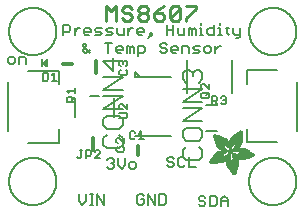
<source format=gbr>
G04 EAGLE Gerber RS-274X export*
G75*
%MOMM*%
%FSLAX34Y34*%
%LPD*%
%INSilkscreen Top*%
%IPPOS*%
%AMOC8*
5,1,8,0,0,1.08239X$1,22.5*%
G01*
%ADD10C,0.152400*%
%ADD11C,0.228600*%
%ADD12C,0.127000*%
%ADD13C,0.304800*%
%ADD14C,0.203200*%
%ADD15R,0.006300X0.050800*%
%ADD16R,0.006400X0.082600*%
%ADD17R,0.006300X0.120600*%
%ADD18R,0.006400X0.139700*%
%ADD19R,0.006300X0.158800*%
%ADD20R,0.006400X0.177800*%
%ADD21R,0.006300X0.196800*%
%ADD22R,0.006400X0.215900*%
%ADD23R,0.006300X0.228600*%
%ADD24R,0.006400X0.241300*%
%ADD25R,0.006300X0.254000*%
%ADD26R,0.006400X0.266700*%
%ADD27R,0.006300X0.279400*%
%ADD28R,0.006400X0.285700*%
%ADD29R,0.006300X0.298400*%
%ADD30R,0.006400X0.311200*%
%ADD31R,0.006300X0.317500*%
%ADD32R,0.006400X0.330200*%
%ADD33R,0.006300X0.336600*%
%ADD34R,0.006400X0.349200*%
%ADD35R,0.006300X0.361900*%
%ADD36R,0.006400X0.368300*%
%ADD37R,0.006300X0.381000*%
%ADD38R,0.006400X0.387300*%
%ADD39R,0.006300X0.393700*%
%ADD40R,0.006400X0.406400*%
%ADD41R,0.006300X0.412700*%
%ADD42R,0.006400X0.419100*%
%ADD43R,0.006300X0.431800*%
%ADD44R,0.006400X0.438100*%
%ADD45R,0.006300X0.450800*%
%ADD46R,0.006400X0.457200*%
%ADD47R,0.006300X0.463500*%
%ADD48R,0.006400X0.476200*%
%ADD49R,0.006300X0.482600*%
%ADD50R,0.006400X0.488900*%
%ADD51R,0.006300X0.501600*%
%ADD52R,0.006400X0.508000*%
%ADD53R,0.006300X0.514300*%
%ADD54R,0.006400X0.527000*%
%ADD55R,0.006300X0.533400*%
%ADD56R,0.006400X0.546100*%
%ADD57R,0.006300X0.552400*%
%ADD58R,0.006400X0.558800*%
%ADD59R,0.006300X0.571500*%
%ADD60R,0.006400X0.577800*%
%ADD61R,0.006300X0.584200*%
%ADD62R,0.006400X0.596900*%
%ADD63R,0.006300X0.603200*%
%ADD64R,0.006400X0.609600*%
%ADD65R,0.006300X0.622300*%
%ADD66R,0.006400X0.628600*%
%ADD67R,0.006300X0.641300*%
%ADD68R,0.006400X0.647700*%
%ADD69R,0.006300X0.063500*%
%ADD70R,0.006300X0.654000*%
%ADD71R,0.006400X0.101600*%
%ADD72R,0.006400X0.666700*%
%ADD73R,0.006300X0.139700*%
%ADD74R,0.006300X0.673100*%
%ADD75R,0.006400X0.165100*%
%ADD76R,0.006400X0.679400*%
%ADD77R,0.006300X0.196900*%
%ADD78R,0.006300X0.692100*%
%ADD79R,0.006400X0.222200*%
%ADD80R,0.006400X0.698500*%
%ADD81R,0.006300X0.247700*%
%ADD82R,0.006300X0.704800*%
%ADD83R,0.006400X0.279400*%
%ADD84R,0.006400X0.717500*%
%ADD85R,0.006300X0.298500*%
%ADD86R,0.006300X0.723900*%
%ADD87R,0.006400X0.736600*%
%ADD88R,0.006300X0.342900*%
%ADD89R,0.006300X0.742900*%
%ADD90R,0.006400X0.374700*%
%ADD91R,0.006400X0.749300*%
%ADD92R,0.006300X0.762000*%
%ADD93R,0.006400X0.412700*%
%ADD94R,0.006400X0.768300*%
%ADD95R,0.006300X0.438100*%
%ADD96R,0.006300X0.774700*%
%ADD97R,0.006400X0.463600*%
%ADD98R,0.006400X0.787400*%
%ADD99R,0.006300X0.793700*%
%ADD100R,0.006400X0.495300*%
%ADD101R,0.006400X0.800100*%
%ADD102R,0.006300X0.520700*%
%ADD103R,0.006300X0.812800*%
%ADD104R,0.006400X0.533400*%
%ADD105R,0.006400X0.819100*%
%ADD106R,0.006300X0.558800*%
%ADD107R,0.006300X0.825500*%
%ADD108R,0.006400X0.577900*%
%ADD109R,0.006400X0.831800*%
%ADD110R,0.006300X0.596900*%
%ADD111R,0.006300X0.844500*%
%ADD112R,0.006400X0.616000*%
%ADD113R,0.006400X0.850900*%
%ADD114R,0.006300X0.635000*%
%ADD115R,0.006300X0.857200*%
%ADD116R,0.006400X0.654100*%
%ADD117R,0.006400X0.863600*%
%ADD118R,0.006300X0.666700*%
%ADD119R,0.006300X0.869900*%
%ADD120R,0.006400X0.685800*%
%ADD121R,0.006400X0.876300*%
%ADD122R,0.006300X0.882600*%
%ADD123R,0.006400X0.723900*%
%ADD124R,0.006400X0.889000*%
%ADD125R,0.006300X0.895300*%
%ADD126R,0.006400X0.755700*%
%ADD127R,0.006400X0.901700*%
%ADD128R,0.006300X0.908000*%
%ADD129R,0.006400X0.793800*%
%ADD130R,0.006400X0.914400*%
%ADD131R,0.006300X0.806400*%
%ADD132R,0.006300X0.920700*%
%ADD133R,0.006400X0.825500*%
%ADD134R,0.006400X0.927100*%
%ADD135R,0.006300X0.933400*%
%ADD136R,0.006400X0.857300*%
%ADD137R,0.006400X0.939800*%
%ADD138R,0.006300X0.870000*%
%ADD139R,0.006300X0.939800*%
%ADD140R,0.006400X0.946100*%
%ADD141R,0.006300X0.952500*%
%ADD142R,0.006400X0.908000*%
%ADD143R,0.006400X0.958800*%
%ADD144R,0.006300X0.965200*%
%ADD145R,0.006400X0.965200*%
%ADD146R,0.006300X0.971500*%
%ADD147R,0.006400X0.952500*%
%ADD148R,0.006400X0.977900*%
%ADD149R,0.006300X0.958800*%
%ADD150R,0.006300X0.984200*%
%ADD151R,0.006400X0.971500*%
%ADD152R,0.006400X0.984200*%
%ADD153R,0.006300X0.990600*%
%ADD154R,0.006400X0.984300*%
%ADD155R,0.006400X0.996900*%
%ADD156R,0.006300X0.997000*%
%ADD157R,0.006300X0.996900*%
%ADD158R,0.006400X1.003300*%
%ADD159R,0.006300X1.016000*%
%ADD160R,0.006300X1.009600*%
%ADD161R,0.006400X1.016000*%
%ADD162R,0.006400X1.009600*%
%ADD163R,0.006300X1.022300*%
%ADD164R,0.006400X1.028700*%
%ADD165R,0.006300X1.035100*%
%ADD166R,0.006400X1.047800*%
%ADD167R,0.006300X1.054100*%
%ADD168R,0.006300X1.028700*%
%ADD169R,0.006400X1.054100*%
%ADD170R,0.006400X1.035000*%
%ADD171R,0.006300X1.060400*%
%ADD172R,0.006300X1.035000*%
%ADD173R,0.006400X1.060500*%
%ADD174R,0.006400X1.041400*%
%ADD175R,0.006300X1.066800*%
%ADD176R,0.006300X1.041400*%
%ADD177R,0.006400X1.079500*%
%ADD178R,0.006400X1.047700*%
%ADD179R,0.006300X1.085900*%
%ADD180R,0.006300X1.047700*%
%ADD181R,0.006400X1.085800*%
%ADD182R,0.006300X1.092200*%
%ADD183R,0.006400X1.085900*%
%ADD184R,0.006300X1.098600*%
%ADD185R,0.006400X1.098600*%
%ADD186R,0.006400X1.060400*%
%ADD187R,0.006300X1.104900*%
%ADD188R,0.006400X1.104900*%
%ADD189R,0.006400X1.066800*%
%ADD190R,0.006300X1.111200*%
%ADD191R,0.006400X1.117600*%
%ADD192R,0.006300X1.117600*%
%ADD193R,0.006300X1.073100*%
%ADD194R,0.006400X1.073100*%
%ADD195R,0.006300X1.124000*%
%ADD196R,0.006300X1.079500*%
%ADD197R,0.006400X1.123900*%
%ADD198R,0.006300X1.130300*%
%ADD199R,0.006400X1.130300*%
%ADD200R,0.006400X1.136700*%
%ADD201R,0.006300X1.136700*%
%ADD202R,0.006300X1.085800*%
%ADD203R,0.006400X1.136600*%
%ADD204R,0.006300X1.136600*%
%ADD205R,0.006400X1.143000*%
%ADD206R,0.006300X1.143000*%
%ADD207R,0.006300X1.149400*%
%ADD208R,0.006300X1.149300*%
%ADD209R,0.006400X1.149300*%
%ADD210R,0.006400X1.149400*%
%ADD211R,0.006400X1.155700*%
%ADD212R,0.006300X1.155700*%
%ADD213R,0.006300X1.060500*%
%ADD214R,0.006400X2.197100*%
%ADD215R,0.006300X2.197100*%
%ADD216R,0.006300X2.184400*%
%ADD217R,0.006400X2.184400*%
%ADD218R,0.006400X2.171700*%
%ADD219R,0.006300X2.171700*%
%ADD220R,0.006400X1.530300*%
%ADD221R,0.006300X1.505000*%
%ADD222R,0.006400X1.492300*%
%ADD223R,0.006300X1.485900*%
%ADD224R,0.006300X0.565200*%
%ADD225R,0.006400X1.473200*%
%ADD226R,0.006400X0.565200*%
%ADD227R,0.006300X1.460500*%
%ADD228R,0.006400X1.454100*%
%ADD229R,0.006400X0.552400*%
%ADD230R,0.006300X1.441500*%
%ADD231R,0.006300X0.546100*%
%ADD232R,0.006400X1.435100*%
%ADD233R,0.006400X0.539800*%
%ADD234R,0.006300X1.428800*%
%ADD235R,0.006400X1.422400*%
%ADD236R,0.006300X1.409700*%
%ADD237R,0.006300X0.527100*%
%ADD238R,0.006400X1.403300*%
%ADD239R,0.006400X0.527100*%
%ADD240R,0.006300X1.390700*%
%ADD241R,0.006400X1.384300*%
%ADD242R,0.006400X0.520700*%
%ADD243R,0.006300X1.384300*%
%ADD244R,0.006300X0.514400*%
%ADD245R,0.006400X1.371600*%
%ADD246R,0.006300X1.365200*%
%ADD247R,0.006300X0.508000*%
%ADD248R,0.006400X1.352600*%
%ADD249R,0.006400X0.501700*%
%ADD250R,0.006300X0.711200*%
%ADD251R,0.006300X0.603300*%
%ADD252R,0.006300X0.501700*%
%ADD253R,0.006400X0.692100*%
%ADD254R,0.006400X0.571500*%
%ADD255R,0.006300X0.679400*%
%ADD256R,0.006300X0.495300*%
%ADD257R,0.006400X0.673100*%
%ADD258R,0.006300X0.666800*%
%ADD259R,0.006300X0.488900*%
%ADD260R,0.006400X0.660400*%
%ADD261R,0.006400X0.482600*%
%ADD262R,0.006300X0.476200*%
%ADD263R,0.006400X0.654000*%
%ADD264R,0.006400X0.469900*%
%ADD265R,0.006400X0.476300*%
%ADD266R,0.006300X0.647700*%
%ADD267R,0.006300X0.457200*%
%ADD268R,0.006300X0.469900*%
%ADD269R,0.006400X0.641300*%
%ADD270R,0.006400X0.444500*%
%ADD271R,0.006300X0.463600*%
%ADD272R,0.006400X0.635000*%
%ADD273R,0.006400X0.463500*%
%ADD274R,0.006400X0.393700*%
%ADD275R,0.006400X0.450800*%
%ADD276R,0.006300X0.628600*%
%ADD277R,0.006300X0.387400*%
%ADD278R,0.006300X0.450900*%
%ADD279R,0.006400X0.628700*%
%ADD280R,0.006400X0.374600*%
%ADD281R,0.006300X0.368300*%
%ADD282R,0.006300X0.438200*%
%ADD283R,0.006400X0.622300*%
%ADD284R,0.006400X0.355600*%
%ADD285R,0.006400X0.431800*%
%ADD286R,0.006300X0.349300*%
%ADD287R,0.006300X0.425400*%
%ADD288R,0.006300X0.615900*%
%ADD289R,0.006300X0.330200*%
%ADD290R,0.006300X0.419100*%
%ADD291R,0.006300X0.616000*%
%ADD292R,0.006300X0.311200*%
%ADD293R,0.006300X0.406400*%
%ADD294R,0.006400X0.615900*%
%ADD295R,0.006400X0.304800*%
%ADD296R,0.006400X0.158800*%
%ADD297R,0.006300X0.609600*%
%ADD298R,0.006300X0.292100*%
%ADD299R,0.006300X0.235000*%
%ADD300R,0.006400X0.387400*%
%ADD301R,0.006400X0.292100*%
%ADD302R,0.006300X0.336500*%
%ADD303R,0.006300X0.260400*%
%ADD304R,0.006400X0.603300*%
%ADD305R,0.006400X0.260400*%
%ADD306R,0.006400X0.362000*%
%ADD307R,0.006400X0.450900*%
%ADD308R,0.006300X0.355600*%
%ADD309R,0.006400X0.342900*%
%ADD310R,0.006400X0.514300*%
%ADD311R,0.006300X0.234900*%
%ADD312R,0.006300X0.539700*%
%ADD313R,0.006400X0.603200*%
%ADD314R,0.006400X0.234900*%
%ADD315R,0.006400X0.920700*%
%ADD316R,0.006400X0.958900*%
%ADD317R,0.006300X0.215900*%
%ADD318R,0.006400X0.209600*%
%ADD319R,0.006300X0.203200*%
%ADD320R,0.006300X1.003300*%
%ADD321R,0.006400X0.203200*%
%ADD322R,0.006400X0.196900*%
%ADD323R,0.006300X0.190500*%
%ADD324R,0.006400X0.190500*%
%ADD325R,0.006300X0.184200*%
%ADD326R,0.006400X0.590500*%
%ADD327R,0.006400X0.184200*%
%ADD328R,0.006300X0.590500*%
%ADD329R,0.006300X0.177800*%
%ADD330R,0.006400X0.584200*%
%ADD331R,0.006400X1.168400*%
%ADD332R,0.006300X0.171500*%
%ADD333R,0.006300X1.187500*%
%ADD334R,0.006400X1.200100*%
%ADD335R,0.006300X0.577800*%
%ADD336R,0.006300X1.212900*%
%ADD337R,0.006400X1.231900*%
%ADD338R,0.006300X1.250900*%
%ADD339R,0.006400X0.565100*%
%ADD340R,0.006400X0.184100*%
%ADD341R,0.006400X1.263700*%
%ADD342R,0.006300X0.565100*%
%ADD343R,0.006300X1.289100*%
%ADD344R,0.006400X1.314400*%
%ADD345R,0.006300X0.552500*%
%ADD346R,0.006300X1.568500*%
%ADD347R,0.006400X0.552500*%
%ADD348R,0.006400X1.581200*%
%ADD349R,0.006300X1.593800*%
%ADD350R,0.006400X1.606500*%
%ADD351R,0.006300X1.619300*%
%ADD352R,0.006400X0.514400*%
%ADD353R,0.006400X1.638300*%
%ADD354R,0.006300X1.657300*%
%ADD355R,0.006400X2.209800*%
%ADD356R,0.006300X2.425700*%
%ADD357R,0.006400X2.470100*%
%ADD358R,0.006300X2.501900*%
%ADD359R,0.006400X2.533700*%
%ADD360R,0.006300X2.559000*%
%ADD361R,0.006400X2.584500*%
%ADD362R,0.006300X2.609900*%
%ADD363R,0.006400X2.628900*%
%ADD364R,0.006300X2.660600*%
%ADD365R,0.006400X2.673400*%
%ADD366R,0.006300X1.422400*%
%ADD367R,0.006300X1.200200*%
%ADD368R,0.006300X1.365300*%
%ADD369R,0.006400X1.365300*%
%ADD370R,0.006300X1.352500*%
%ADD371R,0.006300X1.098500*%
%ADD372R,0.006400X1.358900*%
%ADD373R,0.006300X1.352600*%
%ADD374R,0.006300X1.358900*%
%ADD375R,0.006300X1.371600*%
%ADD376R,0.006400X1.377900*%
%ADD377R,0.006400X1.397000*%
%ADD378R,0.006300X1.403300*%
%ADD379R,0.006300X0.914400*%
%ADD380R,0.006300X0.876300*%
%ADD381R,0.006300X0.374600*%
%ADD382R,0.006400X1.073200*%
%ADD383R,0.006300X0.374700*%
%ADD384R,0.006400X0.844600*%
%ADD385R,0.006300X0.844600*%
%ADD386R,0.006400X0.831900*%
%ADD387R,0.006400X1.092200*%
%ADD388R,0.006300X0.400000*%
%ADD389R,0.006400X0.819200*%
%ADD390R,0.006400X1.111300*%
%ADD391R,0.006400X0.812800*%
%ADD392R,0.006300X0.800100*%
%ADD393R,0.006300X0.476300*%
%ADD394R,0.006300X1.181100*%
%ADD395R,0.006400X0.501600*%
%ADD396R,0.006400X1.193800*%
%ADD397R,0.006400X0.781000*%
%ADD398R,0.006400X1.238200*%
%ADD399R,0.006300X0.781100*%
%ADD400R,0.006300X1.257300*%
%ADD401R,0.006400X1.295400*%
%ADD402R,0.006300X1.333500*%
%ADD403R,0.006400X0.774700*%
%ADD404R,0.006400X1.866900*%
%ADD405R,0.006300X0.209600*%
%ADD406R,0.006300X1.866900*%
%ADD407R,0.006400X0.768400*%
%ADD408R,0.006400X0.209500*%
%ADD409R,0.006400X1.860600*%
%ADD410R,0.006400X0.762000*%
%ADD411R,0.006300X0.768400*%
%ADD412R,0.006300X1.860600*%
%ADD413R,0.006400X1.860500*%
%ADD414R,0.006300X0.222300*%
%ADD415R,0.006300X1.854200*%
%ADD416R,0.006400X0.235000*%
%ADD417R,0.006400X1.854200*%
%ADD418R,0.006300X0.768300*%
%ADD419R,0.006400X0.260300*%
%ADD420R,0.006400X1.847800*%
%ADD421R,0.006300X0.266700*%
%ADD422R,0.006300X1.847800*%
%ADD423R,0.006400X0.273100*%
%ADD424R,0.006400X1.841500*%
%ADD425R,0.006300X0.285800*%
%ADD426R,0.006300X1.841500*%
%ADD427R,0.006400X0.298500*%
%ADD428R,0.006400X1.835100*%
%ADD429R,0.006300X0.781000*%
%ADD430R,0.006300X0.304800*%
%ADD431R,0.006300X1.835100*%
%ADD432R,0.006400X0.317500*%
%ADD433R,0.006400X1.828800*%
%ADD434R,0.006300X0.787400*%
%ADD435R,0.006300X0.323800*%
%ADD436R,0.006300X1.828800*%
%ADD437R,0.006400X0.793700*%
%ADD438R,0.006400X1.822400*%
%ADD439R,0.006300X0.806500*%
%ADD440R,0.006300X1.822400*%
%ADD441R,0.006400X1.816100*%
%ADD442R,0.006300X0.819100*%
%ADD443R,0.006300X0.387300*%
%ADD444R,0.006300X1.816100*%
%ADD445R,0.006400X1.809800*%
%ADD446R,0.006300X1.803400*%
%ADD447R,0.006400X1.797000*%
%ADD448R,0.006300X0.901700*%
%ADD449R,0.006300X1.797000*%
%ADD450R,0.006400X1.441400*%
%ADD451R,0.006400X1.790700*%
%ADD452R,0.006300X1.447800*%
%ADD453R,0.006300X1.784300*%
%ADD454R,0.006400X1.447800*%
%ADD455R,0.006400X1.784300*%
%ADD456R,0.006300X1.454100*%
%ADD457R,0.006300X1.771700*%
%ADD458R,0.006400X1.460500*%
%ADD459R,0.006400X1.759000*%
%ADD460R,0.006300X1.466800*%
%ADD461R,0.006300X1.752600*%
%ADD462R,0.006400X1.466800*%
%ADD463R,0.006400X1.739900*%
%ADD464R,0.006300X1.473200*%
%ADD465R,0.006300X1.727200*%
%ADD466R,0.006400X1.479500*%
%ADD467R,0.006400X1.714500*%
%ADD468R,0.006300X1.695400*%
%ADD469R,0.006400X1.485900*%
%ADD470R,0.006400X1.682700*%
%ADD471R,0.006300X1.492200*%
%ADD472R,0.006300X1.663700*%
%ADD473R,0.006400X1.498600*%
%ADD474R,0.006400X1.644600*%
%ADD475R,0.006300X1.498600*%
%ADD476R,0.006300X1.619200*%
%ADD477R,0.006400X1.511300*%
%ADD478R,0.006400X1.600200*%
%ADD479R,0.006300X1.517700*%
%ADD480R,0.006300X1.574800*%
%ADD481R,0.006400X1.524000*%
%ADD482R,0.006400X1.555800*%
%ADD483R,0.006300X1.524000*%
%ADD484R,0.006300X1.536700*%
%ADD485R,0.006400X1.530400*%
%ADD486R,0.006400X1.517700*%
%ADD487R,0.006300X1.492300*%
%ADD488R,0.006400X1.549400*%
%ADD489R,0.006400X1.479600*%
%ADD490R,0.006300X1.549400*%
%ADD491R,0.006400X1.555700*%
%ADD492R,0.006300X1.562100*%
%ADD493R,0.006300X0.323900*%
%ADD494R,0.006400X1.568400*%
%ADD495R,0.006400X0.336600*%
%ADD496R,0.006300X1.587500*%
%ADD497R,0.006300X0.971600*%
%ADD498R,0.006400X0.349300*%
%ADD499R,0.006300X1.600200*%
%ADD500R,0.006300X0.920800*%
%ADD501R,0.006400X0.882700*%
%ADD502R,0.006300X1.612900*%
%ADD503R,0.006300X0.362000*%
%ADD504R,0.006400X1.625600*%
%ADD505R,0.006300X1.625600*%
%ADD506R,0.006300X1.644600*%
%ADD507R,0.006300X0.736600*%
%ADD508R,0.006400X0.717600*%
%ADD509R,0.006300X1.657400*%
%ADD510R,0.006300X0.679500*%
%ADD511R,0.006400X1.663700*%
%ADD512R,0.006400X0.400000*%
%ADD513R,0.006300X1.676400*%
%ADD514R,0.006400X1.676400*%
%ADD515R,0.006400X0.425500*%
%ADD516R,0.006400X1.352500*%
%ADD517R,0.006300X0.444500*%
%ADD518R,0.006400X0.361900*%
%ADD519R,0.006300X0.088900*%
%ADD520R,0.006300X1.009700*%
%ADD521R,0.006400X1.009700*%
%ADD522R,0.006400X1.022300*%
%ADD523R,0.006400X1.346200*%
%ADD524R,0.006300X1.346200*%
%ADD525R,0.006400X1.339900*%
%ADD526R,0.006400X1.035100*%
%ADD527R,0.006300X1.339800*%
%ADD528R,0.006400X1.333500*%
%ADD529R,0.006400X1.327200*%
%ADD530R,0.006300X1.320800*%
%ADD531R,0.006400X1.314500*%
%ADD532R,0.006300X1.314400*%
%ADD533R,0.006400X1.301700*%
%ADD534R,0.006300X1.295400*%
%ADD535R,0.006400X1.289000*%
%ADD536R,0.006300X1.276300*%
%ADD537R,0.006300X1.251000*%
%ADD538R,0.006400X1.244600*%
%ADD539R,0.006300X1.231900*%
%ADD540R,0.006400X1.212800*%
%ADD541R,0.006300X1.200100*%
%ADD542R,0.006400X1.187400*%
%ADD543R,0.006300X1.168400*%
%ADD544R,0.006300X1.047800*%
%ADD545R,0.006300X0.977900*%
%ADD546R,0.006400X0.946200*%
%ADD547R,0.006400X0.933400*%
%ADD548R,0.006400X0.895300*%
%ADD549R,0.006300X0.882700*%
%ADD550R,0.006300X0.863600*%
%ADD551R,0.006400X0.857200*%
%ADD552R,0.006300X0.850900*%
%ADD553R,0.006300X0.838200*%
%ADD554R,0.006400X0.806500*%
%ADD555R,0.006300X0.717600*%
%ADD556R,0.006400X0.711200*%
%ADD557R,0.006400X0.641400*%
%ADD558R,0.006300X0.641400*%
%ADD559R,0.006300X0.628700*%
%ADD560R,0.006300X0.590600*%
%ADD561R,0.006400X0.539700*%
%ADD562R,0.006300X0.285700*%
%ADD563R,0.006300X0.222200*%
%ADD564R,0.006300X0.171400*%
%ADD565R,0.006400X0.152400*%
%ADD566R,0.006300X0.133400*%
%ADD567R,0.127000X0.762000*%

G36*
X37348Y122433D02*
X37348Y122433D01*
X37377Y122430D01*
X37469Y122450D01*
X37562Y122463D01*
X37589Y122476D01*
X37618Y122482D01*
X37698Y122530D01*
X37782Y122572D01*
X37803Y122593D01*
X37829Y122608D01*
X37890Y122680D01*
X37956Y122746D01*
X37969Y122772D01*
X37989Y122795D01*
X38024Y122882D01*
X38066Y122966D01*
X38070Y122996D01*
X38081Y123023D01*
X38099Y123190D01*
X38099Y128270D01*
X38094Y128299D01*
X38097Y128329D01*
X38075Y128420D01*
X38060Y128513D01*
X38046Y128539D01*
X38039Y128568D01*
X37988Y128647D01*
X37944Y128730D01*
X37923Y128751D01*
X37907Y128776D01*
X37834Y128835D01*
X37766Y128900D01*
X37739Y128912D01*
X37716Y128931D01*
X37628Y128964D01*
X37543Y129003D01*
X37513Y129006D01*
X37486Y129017D01*
X37392Y129020D01*
X37299Y129030D01*
X37269Y129024D01*
X37240Y129025D01*
X37150Y128998D01*
X37058Y128978D01*
X37033Y128963D01*
X37004Y128954D01*
X36862Y128864D01*
X33687Y126324D01*
X33618Y126247D01*
X33545Y126174D01*
X33536Y126157D01*
X33523Y126142D01*
X33481Y126046D01*
X33435Y125954D01*
X33433Y125934D01*
X33425Y125916D01*
X33416Y125813D01*
X33402Y125710D01*
X33406Y125691D01*
X33404Y125671D01*
X33429Y125570D01*
X33448Y125468D01*
X33458Y125451D01*
X33462Y125432D01*
X33518Y125345D01*
X33569Y125254D01*
X33586Y125237D01*
X33594Y125224D01*
X33619Y125204D01*
X33687Y125136D01*
X36862Y122596D01*
X36888Y122581D01*
X36910Y122561D01*
X36995Y122521D01*
X37077Y122475D01*
X37106Y122469D01*
X37133Y122457D01*
X37226Y122447D01*
X37318Y122429D01*
X37348Y122433D01*
G37*
D10*
X64488Y14485D02*
X64488Y8723D01*
X67370Y5842D01*
X70251Y8723D01*
X70251Y14485D01*
X73844Y5842D02*
X76725Y5842D01*
X75284Y5842D02*
X75284Y14485D01*
X73844Y14485D02*
X76725Y14485D01*
X80080Y14485D02*
X80080Y5842D01*
X85843Y5842D02*
X80080Y14485D01*
X85843Y14485D02*
X85843Y5842D01*
X88329Y43525D02*
X89770Y44965D01*
X92651Y44965D01*
X94091Y43525D01*
X94091Y42084D01*
X92651Y40644D01*
X91210Y40644D01*
X92651Y40644D02*
X94091Y39203D01*
X94091Y37763D01*
X92651Y36322D01*
X89770Y36322D01*
X88329Y37763D01*
X97684Y39203D02*
X97684Y44965D01*
X97684Y39203D02*
X100566Y36322D01*
X103447Y39203D01*
X103447Y44965D01*
X108480Y36322D02*
X111361Y36322D01*
X112802Y37763D01*
X112802Y40644D01*
X111361Y42084D01*
X108480Y42084D01*
X107040Y40644D01*
X107040Y37763D01*
X108480Y36322D01*
X118051Y14485D02*
X119491Y13045D01*
X118051Y14485D02*
X115170Y14485D01*
X113729Y13045D01*
X113729Y7283D01*
X115170Y5842D01*
X118051Y5842D01*
X119491Y7283D01*
X119491Y10164D01*
X116610Y10164D01*
X123084Y14485D02*
X123084Y5842D01*
X128847Y5842D02*
X123084Y14485D01*
X128847Y14485D02*
X128847Y5842D01*
X132440Y5842D02*
X132440Y14485D01*
X132440Y5842D02*
X136761Y5842D01*
X138202Y7283D01*
X138202Y13045D01*
X136761Y14485D01*
X132440Y14485D01*
X144891Y44795D02*
X143451Y46235D01*
X140570Y46235D01*
X139129Y44795D01*
X139129Y43354D01*
X140570Y41914D01*
X143451Y41914D01*
X144891Y40473D01*
X144891Y39033D01*
X143451Y37592D01*
X140570Y37592D01*
X139129Y39033D01*
X152806Y46235D02*
X154247Y44795D01*
X152806Y46235D02*
X149925Y46235D01*
X148484Y44795D01*
X148484Y39033D01*
X149925Y37592D01*
X152806Y37592D01*
X154247Y39033D01*
X157840Y37592D02*
X157840Y46235D01*
X157840Y37592D02*
X163602Y37592D01*
X170121Y13215D02*
X171561Y11775D01*
X170121Y13215D02*
X167240Y13215D01*
X165799Y11775D01*
X165799Y10334D01*
X167240Y8894D01*
X170121Y8894D01*
X171561Y7453D01*
X171561Y6013D01*
X170121Y4572D01*
X167240Y4572D01*
X165799Y6013D01*
X175154Y4572D02*
X175154Y13215D01*
X175154Y4572D02*
X179476Y4572D01*
X180917Y6013D01*
X180917Y11775D01*
X179476Y13215D01*
X175154Y13215D01*
X184510Y10334D02*
X184510Y4572D01*
X184510Y10334D02*
X187391Y13215D01*
X190272Y10334D01*
X190272Y4572D01*
X190272Y8894D02*
X184510Y8894D01*
D11*
X87448Y161417D02*
X87448Y173874D01*
X91600Y169721D01*
X95752Y173874D01*
X95752Y161417D01*
X107241Y173874D02*
X109317Y171798D01*
X107241Y173874D02*
X103089Y173874D01*
X101013Y171798D01*
X101013Y169721D01*
X103089Y167645D01*
X107241Y167645D01*
X109317Y165569D01*
X109317Y163493D01*
X107241Y161417D01*
X103089Y161417D01*
X101013Y163493D01*
X114578Y171798D02*
X116654Y173874D01*
X120806Y173874D01*
X122882Y171798D01*
X122882Y169721D01*
X120806Y167645D01*
X122882Y165569D01*
X122882Y163493D01*
X120806Y161417D01*
X116654Y161417D01*
X114578Y163493D01*
X114578Y165569D01*
X116654Y167645D01*
X114578Y169721D01*
X114578Y171798D01*
X116654Y167645D02*
X120806Y167645D01*
X132295Y171798D02*
X136447Y173874D01*
X132295Y171798D02*
X128143Y167645D01*
X128143Y163493D01*
X130219Y161417D01*
X134371Y161417D01*
X136447Y163493D01*
X136447Y165569D01*
X134371Y167645D01*
X128143Y167645D01*
X141708Y163493D02*
X141708Y171798D01*
X143784Y173874D01*
X147936Y173874D01*
X150012Y171798D01*
X150012Y163493D01*
X147936Y161417D01*
X143784Y161417D01*
X141708Y163493D01*
X150012Y171798D01*
X155273Y173874D02*
X163577Y173874D01*
X163577Y171798D01*
X155273Y163493D01*
X155273Y161417D01*
D10*
X51361Y157995D02*
X51361Y149352D01*
X51361Y157995D02*
X55683Y157995D01*
X57124Y156555D01*
X57124Y153674D01*
X55683Y152233D01*
X51361Y152233D01*
X60716Y149352D02*
X60716Y155114D01*
X60716Y152233D02*
X63598Y155114D01*
X65038Y155114D01*
X69953Y149352D02*
X72834Y149352D01*
X69953Y149352D02*
X68512Y150793D01*
X68512Y153674D01*
X69953Y155114D01*
X72834Y155114D01*
X74275Y153674D01*
X74275Y152233D01*
X68512Y152233D01*
X77868Y149352D02*
X82189Y149352D01*
X83630Y150793D01*
X82189Y152233D01*
X79308Y152233D01*
X77868Y153674D01*
X79308Y155114D01*
X83630Y155114D01*
X87223Y149352D02*
X91544Y149352D01*
X92985Y150793D01*
X91544Y152233D01*
X88663Y152233D01*
X87223Y153674D01*
X88663Y155114D01*
X92985Y155114D01*
X96578Y155114D02*
X96578Y150793D01*
X98019Y149352D01*
X102340Y149352D01*
X102340Y155114D01*
X105933Y155114D02*
X105933Y149352D01*
X105933Y152233D02*
X108814Y155114D01*
X110255Y155114D01*
X115170Y149352D02*
X118051Y149352D01*
X115170Y149352D02*
X113729Y150793D01*
X113729Y153674D01*
X115170Y155114D01*
X118051Y155114D01*
X119491Y153674D01*
X119491Y152233D01*
X113729Y152233D01*
X123084Y146471D02*
X125965Y149352D01*
X125965Y150793D01*
X124525Y150793D01*
X124525Y149352D01*
X125965Y149352D01*
X138676Y149352D02*
X138676Y157995D01*
X138676Y153674D02*
X144439Y153674D01*
X144439Y157995D02*
X144439Y149352D01*
X148031Y150793D02*
X148031Y155114D01*
X148031Y150793D02*
X149472Y149352D01*
X153794Y149352D01*
X153794Y155114D01*
X157387Y155114D02*
X157387Y149352D01*
X157387Y155114D02*
X158827Y155114D01*
X160268Y153674D01*
X160268Y149352D01*
X160268Y153674D02*
X161708Y155114D01*
X163149Y153674D01*
X163149Y149352D01*
X166742Y155114D02*
X168182Y155114D01*
X168182Y149352D01*
X166742Y149352D02*
X169623Y149352D01*
X168182Y157995D02*
X168182Y159436D01*
X178741Y157995D02*
X178741Y149352D01*
X174419Y149352D01*
X172979Y150793D01*
X172979Y153674D01*
X174419Y155114D01*
X178741Y155114D01*
X182334Y155114D02*
X183774Y155114D01*
X183774Y149352D01*
X182334Y149352D02*
X185215Y149352D01*
X183774Y157995D02*
X183774Y159436D01*
X190011Y156555D02*
X190011Y150793D01*
X191452Y149352D01*
X191452Y155114D02*
X188571Y155114D01*
X194807Y155114D02*
X194807Y150793D01*
X196248Y149352D01*
X200570Y149352D01*
X200570Y147911D02*
X200570Y155114D01*
X200570Y147911D02*
X199129Y146471D01*
X197689Y146471D01*
X73495Y136993D02*
X70614Y134112D01*
X69173Y134112D01*
X67733Y135553D01*
X67733Y136993D01*
X70614Y139874D01*
X70614Y141315D01*
X69173Y142755D01*
X67733Y141315D01*
X67733Y139874D01*
X73495Y134112D01*
X89324Y134112D02*
X89324Y142755D01*
X86443Y142755D02*
X92205Y142755D01*
X97239Y134112D02*
X100120Y134112D01*
X97239Y134112D02*
X95798Y135553D01*
X95798Y138434D01*
X97239Y139874D01*
X100120Y139874D01*
X101561Y138434D01*
X101561Y136993D01*
X95798Y136993D01*
X105154Y134112D02*
X105154Y139874D01*
X106594Y139874D01*
X108035Y138434D01*
X108035Y134112D01*
X108035Y138434D02*
X109475Y139874D01*
X110916Y138434D01*
X110916Y134112D01*
X114509Y131231D02*
X114509Y139874D01*
X118830Y139874D01*
X120271Y138434D01*
X120271Y135553D01*
X118830Y134112D01*
X114509Y134112D01*
X137541Y142755D02*
X138981Y141315D01*
X137541Y142755D02*
X134660Y142755D01*
X133219Y141315D01*
X133219Y139874D01*
X134660Y138434D01*
X137541Y138434D01*
X138981Y136993D01*
X138981Y135553D01*
X137541Y134112D01*
X134660Y134112D01*
X133219Y135553D01*
X144015Y134112D02*
X146896Y134112D01*
X144015Y134112D02*
X142574Y135553D01*
X142574Y138434D01*
X144015Y139874D01*
X146896Y139874D01*
X148337Y138434D01*
X148337Y136993D01*
X142574Y136993D01*
X151930Y134112D02*
X151930Y139874D01*
X156251Y139874D01*
X157692Y138434D01*
X157692Y134112D01*
X161285Y134112D02*
X165606Y134112D01*
X167047Y135553D01*
X165606Y136993D01*
X162725Y136993D01*
X161285Y138434D01*
X162725Y139874D01*
X167047Y139874D01*
X172080Y134112D02*
X174962Y134112D01*
X176402Y135553D01*
X176402Y138434D01*
X174962Y139874D01*
X172080Y139874D01*
X170640Y138434D01*
X170640Y135553D01*
X172080Y134112D01*
X179995Y134112D02*
X179995Y139874D01*
X179995Y136993D02*
X182876Y139874D01*
X184317Y139874D01*
D12*
X8894Y125095D02*
X5928Y125095D01*
X8894Y125095D02*
X10377Y126578D01*
X10377Y129544D01*
X8894Y131027D01*
X5928Y131027D01*
X4445Y129544D01*
X4445Y126578D01*
X5928Y125095D01*
X13800Y125095D02*
X13800Y131027D01*
X18249Y131027D01*
X19732Y129544D01*
X19732Y125095D01*
D13*
X76200Y62230D02*
X76200Y52070D01*
D10*
X96006Y53869D02*
X97108Y54970D01*
X96006Y53869D02*
X96006Y51665D01*
X97108Y50564D01*
X101514Y50564D01*
X102616Y51665D01*
X102616Y53869D01*
X101514Y54970D01*
X102616Y58048D02*
X102616Y62454D01*
X102616Y58048D02*
X98210Y62454D01*
X97108Y62454D01*
X96006Y61353D01*
X96006Y59149D01*
X97108Y58048D01*
D14*
X60970Y79630D02*
X60970Y95630D01*
X93970Y95630D02*
X93970Y79630D01*
X81470Y98130D02*
X73470Y98130D01*
D10*
X98546Y79044D02*
X104054Y79044D01*
X105156Y80145D01*
X105156Y82349D01*
X104054Y83450D01*
X98546Y83450D01*
X105156Y86528D02*
X105156Y90934D01*
X105156Y86528D02*
X100750Y90934D01*
X99648Y90934D01*
X98546Y89833D01*
X98546Y87629D01*
X99648Y86528D01*
D13*
X78740Y116840D02*
X78740Y127000D01*
D10*
X98546Y118639D02*
X99648Y119740D01*
X98546Y118639D02*
X98546Y116435D01*
X99648Y115334D01*
X104054Y115334D01*
X105156Y116435D01*
X105156Y118639D01*
X104054Y119740D01*
X99648Y122818D02*
X98546Y123919D01*
X98546Y126123D01*
X99648Y127224D01*
X100750Y127224D01*
X101851Y126123D01*
X101851Y125021D01*
X101851Y126123D02*
X102953Y127224D01*
X104054Y127224D01*
X105156Y126123D01*
X105156Y123919D01*
X104054Y122818D01*
D13*
X114300Y55435D02*
X114300Y47435D01*
D10*
X111848Y66595D02*
X110747Y67697D01*
X108544Y67697D01*
X107442Y66595D01*
X107442Y62189D01*
X108544Y61087D01*
X110747Y61087D01*
X111848Y62189D01*
X114926Y65493D02*
X117129Y67697D01*
X117129Y61087D01*
X114926Y61087D02*
X119333Y61087D01*
D14*
X156260Y100300D02*
X156260Y128300D01*
X194260Y128300D02*
X194260Y100300D01*
D10*
X177054Y97544D02*
X177054Y90934D01*
X177054Y97544D02*
X180359Y97544D01*
X181460Y96442D01*
X181460Y94239D01*
X180359Y93137D01*
X177054Y93137D01*
X179257Y93137D02*
X181460Y90934D01*
X184538Y96442D02*
X185639Y97544D01*
X187843Y97544D01*
X188944Y96442D01*
X188944Y95340D01*
X187843Y94239D01*
X186741Y94239D01*
X187843Y94239D02*
X188944Y93137D01*
X188944Y92036D01*
X187843Y90934D01*
X185639Y90934D01*
X184538Y92036D01*
D14*
X181030Y67740D02*
X172030Y67740D01*
X172030Y89740D02*
X181030Y89740D01*
X179030Y63740D02*
X179032Y63803D01*
X179038Y63865D01*
X179048Y63927D01*
X179061Y63989D01*
X179079Y64049D01*
X179100Y64108D01*
X179125Y64166D01*
X179154Y64222D01*
X179186Y64276D01*
X179221Y64328D01*
X179259Y64377D01*
X179301Y64425D01*
X179345Y64469D01*
X179393Y64511D01*
X179442Y64549D01*
X179494Y64584D01*
X179548Y64616D01*
X179604Y64645D01*
X179662Y64670D01*
X179721Y64691D01*
X179781Y64709D01*
X179843Y64722D01*
X179905Y64732D01*
X179967Y64738D01*
X180030Y64740D01*
X180093Y64738D01*
X180155Y64732D01*
X180217Y64722D01*
X180279Y64709D01*
X180339Y64691D01*
X180398Y64670D01*
X180456Y64645D01*
X180512Y64616D01*
X180566Y64584D01*
X180618Y64549D01*
X180667Y64511D01*
X180715Y64469D01*
X180759Y64425D01*
X180801Y64377D01*
X180839Y64328D01*
X180874Y64276D01*
X180906Y64222D01*
X180935Y64166D01*
X180960Y64108D01*
X180981Y64049D01*
X180999Y63989D01*
X181012Y63927D01*
X181022Y63865D01*
X181028Y63803D01*
X181030Y63740D01*
X181028Y63677D01*
X181022Y63615D01*
X181012Y63553D01*
X180999Y63491D01*
X180981Y63431D01*
X180960Y63372D01*
X180935Y63314D01*
X180906Y63258D01*
X180874Y63204D01*
X180839Y63152D01*
X180801Y63103D01*
X180759Y63055D01*
X180715Y63011D01*
X180667Y62969D01*
X180618Y62931D01*
X180566Y62896D01*
X180512Y62864D01*
X180456Y62835D01*
X180398Y62810D01*
X180339Y62789D01*
X180279Y62771D01*
X180217Y62758D01*
X180155Y62748D01*
X180093Y62742D01*
X180030Y62740D01*
X179967Y62742D01*
X179905Y62748D01*
X179843Y62758D01*
X179781Y62771D01*
X179721Y62789D01*
X179662Y62810D01*
X179604Y62835D01*
X179548Y62864D01*
X179494Y62896D01*
X179442Y62931D01*
X179393Y62969D01*
X179345Y63011D01*
X179301Y63055D01*
X179259Y63103D01*
X179221Y63152D01*
X179186Y63204D01*
X179154Y63258D01*
X179125Y63314D01*
X179100Y63372D01*
X179079Y63431D01*
X179061Y63491D01*
X179048Y63553D01*
X179038Y63615D01*
X179032Y63677D01*
X179030Y63740D01*
D10*
X173396Y96012D02*
X168990Y96012D01*
X167888Y97114D01*
X167888Y99317D01*
X168990Y100418D01*
X173396Y100418D01*
X174498Y99317D01*
X174498Y97114D01*
X173396Y96012D01*
X172295Y98215D02*
X174498Y100418D01*
X174498Y103496D02*
X174498Y107903D01*
X170092Y107903D02*
X174498Y103496D01*
X170092Y107903D02*
X168990Y107903D01*
X167888Y106801D01*
X167888Y104598D01*
X168990Y103496D01*
D14*
X5400Y152400D02*
X5406Y152891D01*
X5424Y153381D01*
X5454Y153871D01*
X5496Y154360D01*
X5550Y154848D01*
X5616Y155335D01*
X5694Y155819D01*
X5784Y156302D01*
X5886Y156782D01*
X5999Y157260D01*
X6124Y157734D01*
X6261Y158206D01*
X6409Y158674D01*
X6569Y159138D01*
X6740Y159598D01*
X6922Y160054D01*
X7116Y160505D01*
X7320Y160951D01*
X7536Y161392D01*
X7762Y161828D01*
X7998Y162258D01*
X8245Y162682D01*
X8503Y163100D01*
X8771Y163511D01*
X9048Y163916D01*
X9336Y164314D01*
X9633Y164705D01*
X9940Y165088D01*
X10256Y165463D01*
X10581Y165831D01*
X10915Y166191D01*
X11258Y166542D01*
X11609Y166885D01*
X11969Y167219D01*
X12337Y167544D01*
X12712Y167860D01*
X13095Y168167D01*
X13486Y168464D01*
X13884Y168752D01*
X14289Y169029D01*
X14700Y169297D01*
X15118Y169555D01*
X15542Y169802D01*
X15972Y170038D01*
X16408Y170264D01*
X16849Y170480D01*
X17295Y170684D01*
X17746Y170878D01*
X18202Y171060D01*
X18662Y171231D01*
X19126Y171391D01*
X19594Y171539D01*
X20066Y171676D01*
X20540Y171801D01*
X21018Y171914D01*
X21498Y172016D01*
X21981Y172106D01*
X22465Y172184D01*
X22952Y172250D01*
X23440Y172304D01*
X23929Y172346D01*
X24419Y172376D01*
X24909Y172394D01*
X25400Y172400D01*
X25891Y172394D01*
X26381Y172376D01*
X26871Y172346D01*
X27360Y172304D01*
X27848Y172250D01*
X28335Y172184D01*
X28819Y172106D01*
X29302Y172016D01*
X29782Y171914D01*
X30260Y171801D01*
X30734Y171676D01*
X31206Y171539D01*
X31674Y171391D01*
X32138Y171231D01*
X32598Y171060D01*
X33054Y170878D01*
X33505Y170684D01*
X33951Y170480D01*
X34392Y170264D01*
X34828Y170038D01*
X35258Y169802D01*
X35682Y169555D01*
X36100Y169297D01*
X36511Y169029D01*
X36916Y168752D01*
X37314Y168464D01*
X37705Y168167D01*
X38088Y167860D01*
X38463Y167544D01*
X38831Y167219D01*
X39191Y166885D01*
X39542Y166542D01*
X39885Y166191D01*
X40219Y165831D01*
X40544Y165463D01*
X40860Y165088D01*
X41167Y164705D01*
X41464Y164314D01*
X41752Y163916D01*
X42029Y163511D01*
X42297Y163100D01*
X42555Y162682D01*
X42802Y162258D01*
X43038Y161828D01*
X43264Y161392D01*
X43480Y160951D01*
X43684Y160505D01*
X43878Y160054D01*
X44060Y159598D01*
X44231Y159138D01*
X44391Y158674D01*
X44539Y158206D01*
X44676Y157734D01*
X44801Y157260D01*
X44914Y156782D01*
X45016Y156302D01*
X45106Y155819D01*
X45184Y155335D01*
X45250Y154848D01*
X45304Y154360D01*
X45346Y153871D01*
X45376Y153381D01*
X45394Y152891D01*
X45400Y152400D01*
X45394Y151909D01*
X45376Y151419D01*
X45346Y150929D01*
X45304Y150440D01*
X45250Y149952D01*
X45184Y149465D01*
X45106Y148981D01*
X45016Y148498D01*
X44914Y148018D01*
X44801Y147540D01*
X44676Y147066D01*
X44539Y146594D01*
X44391Y146126D01*
X44231Y145662D01*
X44060Y145202D01*
X43878Y144746D01*
X43684Y144295D01*
X43480Y143849D01*
X43264Y143408D01*
X43038Y142972D01*
X42802Y142542D01*
X42555Y142118D01*
X42297Y141700D01*
X42029Y141289D01*
X41752Y140884D01*
X41464Y140486D01*
X41167Y140095D01*
X40860Y139712D01*
X40544Y139337D01*
X40219Y138969D01*
X39885Y138609D01*
X39542Y138258D01*
X39191Y137915D01*
X38831Y137581D01*
X38463Y137256D01*
X38088Y136940D01*
X37705Y136633D01*
X37314Y136336D01*
X36916Y136048D01*
X36511Y135771D01*
X36100Y135503D01*
X35682Y135245D01*
X35258Y134998D01*
X34828Y134762D01*
X34392Y134536D01*
X33951Y134320D01*
X33505Y134116D01*
X33054Y133922D01*
X32598Y133740D01*
X32138Y133569D01*
X31674Y133409D01*
X31206Y133261D01*
X30734Y133124D01*
X30260Y132999D01*
X29782Y132886D01*
X29302Y132784D01*
X28819Y132694D01*
X28335Y132616D01*
X27848Y132550D01*
X27360Y132496D01*
X26871Y132454D01*
X26381Y132424D01*
X25891Y132406D01*
X25400Y132400D01*
X24909Y132406D01*
X24419Y132424D01*
X23929Y132454D01*
X23440Y132496D01*
X22952Y132550D01*
X22465Y132616D01*
X21981Y132694D01*
X21498Y132784D01*
X21018Y132886D01*
X20540Y132999D01*
X20066Y133124D01*
X19594Y133261D01*
X19126Y133409D01*
X18662Y133569D01*
X18202Y133740D01*
X17746Y133922D01*
X17295Y134116D01*
X16849Y134320D01*
X16408Y134536D01*
X15972Y134762D01*
X15542Y134998D01*
X15118Y135245D01*
X14700Y135503D01*
X14289Y135771D01*
X13884Y136048D01*
X13486Y136336D01*
X13095Y136633D01*
X12712Y136940D01*
X12337Y137256D01*
X11969Y137581D01*
X11609Y137915D01*
X11258Y138258D01*
X10915Y138609D01*
X10581Y138969D01*
X10256Y139337D01*
X9940Y139712D01*
X9633Y140095D01*
X9336Y140486D01*
X9048Y140884D01*
X8771Y141289D01*
X8503Y141700D01*
X8245Y142118D01*
X7998Y142542D01*
X7762Y142972D01*
X7536Y143408D01*
X7320Y143849D01*
X7116Y144295D01*
X6922Y144746D01*
X6740Y145202D01*
X6569Y145662D01*
X6409Y146126D01*
X6261Y146594D01*
X6124Y147066D01*
X5999Y147540D01*
X5886Y148018D01*
X5784Y148498D01*
X5694Y148981D01*
X5616Y149465D01*
X5550Y149952D01*
X5496Y150440D01*
X5454Y150929D01*
X5424Y151419D01*
X5406Y151909D01*
X5400Y152400D01*
X208600Y152400D02*
X208606Y152891D01*
X208624Y153381D01*
X208654Y153871D01*
X208696Y154360D01*
X208750Y154848D01*
X208816Y155335D01*
X208894Y155819D01*
X208984Y156302D01*
X209086Y156782D01*
X209199Y157260D01*
X209324Y157734D01*
X209461Y158206D01*
X209609Y158674D01*
X209769Y159138D01*
X209940Y159598D01*
X210122Y160054D01*
X210316Y160505D01*
X210520Y160951D01*
X210736Y161392D01*
X210962Y161828D01*
X211198Y162258D01*
X211445Y162682D01*
X211703Y163100D01*
X211971Y163511D01*
X212248Y163916D01*
X212536Y164314D01*
X212833Y164705D01*
X213140Y165088D01*
X213456Y165463D01*
X213781Y165831D01*
X214115Y166191D01*
X214458Y166542D01*
X214809Y166885D01*
X215169Y167219D01*
X215537Y167544D01*
X215912Y167860D01*
X216295Y168167D01*
X216686Y168464D01*
X217084Y168752D01*
X217489Y169029D01*
X217900Y169297D01*
X218318Y169555D01*
X218742Y169802D01*
X219172Y170038D01*
X219608Y170264D01*
X220049Y170480D01*
X220495Y170684D01*
X220946Y170878D01*
X221402Y171060D01*
X221862Y171231D01*
X222326Y171391D01*
X222794Y171539D01*
X223266Y171676D01*
X223740Y171801D01*
X224218Y171914D01*
X224698Y172016D01*
X225181Y172106D01*
X225665Y172184D01*
X226152Y172250D01*
X226640Y172304D01*
X227129Y172346D01*
X227619Y172376D01*
X228109Y172394D01*
X228600Y172400D01*
X229091Y172394D01*
X229581Y172376D01*
X230071Y172346D01*
X230560Y172304D01*
X231048Y172250D01*
X231535Y172184D01*
X232019Y172106D01*
X232502Y172016D01*
X232982Y171914D01*
X233460Y171801D01*
X233934Y171676D01*
X234406Y171539D01*
X234874Y171391D01*
X235338Y171231D01*
X235798Y171060D01*
X236254Y170878D01*
X236705Y170684D01*
X237151Y170480D01*
X237592Y170264D01*
X238028Y170038D01*
X238458Y169802D01*
X238882Y169555D01*
X239300Y169297D01*
X239711Y169029D01*
X240116Y168752D01*
X240514Y168464D01*
X240905Y168167D01*
X241288Y167860D01*
X241663Y167544D01*
X242031Y167219D01*
X242391Y166885D01*
X242742Y166542D01*
X243085Y166191D01*
X243419Y165831D01*
X243744Y165463D01*
X244060Y165088D01*
X244367Y164705D01*
X244664Y164314D01*
X244952Y163916D01*
X245229Y163511D01*
X245497Y163100D01*
X245755Y162682D01*
X246002Y162258D01*
X246238Y161828D01*
X246464Y161392D01*
X246680Y160951D01*
X246884Y160505D01*
X247078Y160054D01*
X247260Y159598D01*
X247431Y159138D01*
X247591Y158674D01*
X247739Y158206D01*
X247876Y157734D01*
X248001Y157260D01*
X248114Y156782D01*
X248216Y156302D01*
X248306Y155819D01*
X248384Y155335D01*
X248450Y154848D01*
X248504Y154360D01*
X248546Y153871D01*
X248576Y153381D01*
X248594Y152891D01*
X248600Y152400D01*
X248594Y151909D01*
X248576Y151419D01*
X248546Y150929D01*
X248504Y150440D01*
X248450Y149952D01*
X248384Y149465D01*
X248306Y148981D01*
X248216Y148498D01*
X248114Y148018D01*
X248001Y147540D01*
X247876Y147066D01*
X247739Y146594D01*
X247591Y146126D01*
X247431Y145662D01*
X247260Y145202D01*
X247078Y144746D01*
X246884Y144295D01*
X246680Y143849D01*
X246464Y143408D01*
X246238Y142972D01*
X246002Y142542D01*
X245755Y142118D01*
X245497Y141700D01*
X245229Y141289D01*
X244952Y140884D01*
X244664Y140486D01*
X244367Y140095D01*
X244060Y139712D01*
X243744Y139337D01*
X243419Y138969D01*
X243085Y138609D01*
X242742Y138258D01*
X242391Y137915D01*
X242031Y137581D01*
X241663Y137256D01*
X241288Y136940D01*
X240905Y136633D01*
X240514Y136336D01*
X240116Y136048D01*
X239711Y135771D01*
X239300Y135503D01*
X238882Y135245D01*
X238458Y134998D01*
X238028Y134762D01*
X237592Y134536D01*
X237151Y134320D01*
X236705Y134116D01*
X236254Y133922D01*
X235798Y133740D01*
X235338Y133569D01*
X234874Y133409D01*
X234406Y133261D01*
X233934Y133124D01*
X233460Y132999D01*
X232982Y132886D01*
X232502Y132784D01*
X232019Y132694D01*
X231535Y132616D01*
X231048Y132550D01*
X230560Y132496D01*
X230071Y132454D01*
X229581Y132424D01*
X229091Y132406D01*
X228600Y132400D01*
X228109Y132406D01*
X227619Y132424D01*
X227129Y132454D01*
X226640Y132496D01*
X226152Y132550D01*
X225665Y132616D01*
X225181Y132694D01*
X224698Y132784D01*
X224218Y132886D01*
X223740Y132999D01*
X223266Y133124D01*
X222794Y133261D01*
X222326Y133409D01*
X221862Y133569D01*
X221402Y133740D01*
X220946Y133922D01*
X220495Y134116D01*
X220049Y134320D01*
X219608Y134536D01*
X219172Y134762D01*
X218742Y134998D01*
X218318Y135245D01*
X217900Y135503D01*
X217489Y135771D01*
X217084Y136048D01*
X216686Y136336D01*
X216295Y136633D01*
X215912Y136940D01*
X215537Y137256D01*
X215169Y137581D01*
X214809Y137915D01*
X214458Y138258D01*
X214115Y138609D01*
X213781Y138969D01*
X213456Y139337D01*
X213140Y139712D01*
X212833Y140095D01*
X212536Y140486D01*
X212248Y140884D01*
X211971Y141289D01*
X211703Y141700D01*
X211445Y142118D01*
X211198Y142542D01*
X210962Y142972D01*
X210736Y143408D01*
X210520Y143849D01*
X210316Y144295D01*
X210122Y144746D01*
X209940Y145202D01*
X209769Y145662D01*
X209609Y146126D01*
X209461Y146594D01*
X209324Y147066D01*
X209199Y147540D01*
X209086Y148018D01*
X208984Y148498D01*
X208894Y148981D01*
X208816Y149465D01*
X208750Y149952D01*
X208696Y150440D01*
X208654Y150929D01*
X208624Y151419D01*
X208606Y151909D01*
X208600Y152400D01*
D10*
X206460Y58900D02*
X232460Y58900D01*
X206460Y58900D02*
X206460Y69900D01*
X206460Y107900D02*
X206460Y119900D01*
X232460Y119900D01*
X249460Y109900D02*
X249460Y67900D01*
X155280Y54509D02*
X152568Y51797D01*
X152568Y46374D01*
X155280Y43662D01*
X166126Y43662D01*
X168838Y46374D01*
X168838Y51797D01*
X166126Y54509D01*
X152568Y62745D02*
X152568Y68169D01*
X152568Y62745D02*
X155280Y60034D01*
X166126Y60034D01*
X168838Y62745D01*
X168838Y68169D01*
X166126Y70880D01*
X155280Y70880D01*
X152568Y68169D01*
X152568Y76405D02*
X168838Y76405D01*
X168838Y87252D02*
X152568Y76405D01*
X152568Y87252D02*
X168838Y87252D01*
X168838Y92777D02*
X152568Y92777D01*
X168838Y103623D01*
X152568Y103623D01*
X155280Y109148D02*
X152568Y111860D01*
X152568Y117283D01*
X155280Y119995D01*
X157991Y119995D01*
X160703Y117283D01*
X160703Y114572D01*
X160703Y117283D02*
X163415Y119995D01*
X166126Y119995D01*
X168838Y117283D01*
X168838Y111860D01*
X166126Y109148D01*
X47540Y118900D02*
X21540Y118900D01*
X47540Y118900D02*
X47540Y107900D01*
X47540Y69900D02*
X47540Y57900D01*
X21540Y57900D01*
X4540Y67900D02*
X4540Y109900D01*
X85148Y61939D02*
X87860Y64651D01*
X85148Y61939D02*
X85148Y56516D01*
X87860Y53804D01*
X98706Y53804D01*
X101418Y56516D01*
X101418Y61939D01*
X98706Y64651D01*
X85148Y72887D02*
X85148Y78311D01*
X85148Y72887D02*
X87860Y70176D01*
X98706Y70176D01*
X101418Y72887D01*
X101418Y78311D01*
X98706Y81022D01*
X87860Y81022D01*
X85148Y78311D01*
X85148Y86547D02*
X101418Y86547D01*
X101418Y97394D02*
X85148Y86547D01*
X85148Y97394D02*
X101418Y97394D01*
X101418Y102919D02*
X85148Y102919D01*
X101418Y113765D01*
X85148Y113765D01*
X85148Y127425D02*
X101418Y127425D01*
X93283Y119290D02*
X85148Y127425D01*
X93283Y130137D02*
X93283Y119290D01*
D14*
X5400Y25400D02*
X5406Y25891D01*
X5424Y26381D01*
X5454Y26871D01*
X5496Y27360D01*
X5550Y27848D01*
X5616Y28335D01*
X5694Y28819D01*
X5784Y29302D01*
X5886Y29782D01*
X5999Y30260D01*
X6124Y30734D01*
X6261Y31206D01*
X6409Y31674D01*
X6569Y32138D01*
X6740Y32598D01*
X6922Y33054D01*
X7116Y33505D01*
X7320Y33951D01*
X7536Y34392D01*
X7762Y34828D01*
X7998Y35258D01*
X8245Y35682D01*
X8503Y36100D01*
X8771Y36511D01*
X9048Y36916D01*
X9336Y37314D01*
X9633Y37705D01*
X9940Y38088D01*
X10256Y38463D01*
X10581Y38831D01*
X10915Y39191D01*
X11258Y39542D01*
X11609Y39885D01*
X11969Y40219D01*
X12337Y40544D01*
X12712Y40860D01*
X13095Y41167D01*
X13486Y41464D01*
X13884Y41752D01*
X14289Y42029D01*
X14700Y42297D01*
X15118Y42555D01*
X15542Y42802D01*
X15972Y43038D01*
X16408Y43264D01*
X16849Y43480D01*
X17295Y43684D01*
X17746Y43878D01*
X18202Y44060D01*
X18662Y44231D01*
X19126Y44391D01*
X19594Y44539D01*
X20066Y44676D01*
X20540Y44801D01*
X21018Y44914D01*
X21498Y45016D01*
X21981Y45106D01*
X22465Y45184D01*
X22952Y45250D01*
X23440Y45304D01*
X23929Y45346D01*
X24419Y45376D01*
X24909Y45394D01*
X25400Y45400D01*
X25891Y45394D01*
X26381Y45376D01*
X26871Y45346D01*
X27360Y45304D01*
X27848Y45250D01*
X28335Y45184D01*
X28819Y45106D01*
X29302Y45016D01*
X29782Y44914D01*
X30260Y44801D01*
X30734Y44676D01*
X31206Y44539D01*
X31674Y44391D01*
X32138Y44231D01*
X32598Y44060D01*
X33054Y43878D01*
X33505Y43684D01*
X33951Y43480D01*
X34392Y43264D01*
X34828Y43038D01*
X35258Y42802D01*
X35682Y42555D01*
X36100Y42297D01*
X36511Y42029D01*
X36916Y41752D01*
X37314Y41464D01*
X37705Y41167D01*
X38088Y40860D01*
X38463Y40544D01*
X38831Y40219D01*
X39191Y39885D01*
X39542Y39542D01*
X39885Y39191D01*
X40219Y38831D01*
X40544Y38463D01*
X40860Y38088D01*
X41167Y37705D01*
X41464Y37314D01*
X41752Y36916D01*
X42029Y36511D01*
X42297Y36100D01*
X42555Y35682D01*
X42802Y35258D01*
X43038Y34828D01*
X43264Y34392D01*
X43480Y33951D01*
X43684Y33505D01*
X43878Y33054D01*
X44060Y32598D01*
X44231Y32138D01*
X44391Y31674D01*
X44539Y31206D01*
X44676Y30734D01*
X44801Y30260D01*
X44914Y29782D01*
X45016Y29302D01*
X45106Y28819D01*
X45184Y28335D01*
X45250Y27848D01*
X45304Y27360D01*
X45346Y26871D01*
X45376Y26381D01*
X45394Y25891D01*
X45400Y25400D01*
X45394Y24909D01*
X45376Y24419D01*
X45346Y23929D01*
X45304Y23440D01*
X45250Y22952D01*
X45184Y22465D01*
X45106Y21981D01*
X45016Y21498D01*
X44914Y21018D01*
X44801Y20540D01*
X44676Y20066D01*
X44539Y19594D01*
X44391Y19126D01*
X44231Y18662D01*
X44060Y18202D01*
X43878Y17746D01*
X43684Y17295D01*
X43480Y16849D01*
X43264Y16408D01*
X43038Y15972D01*
X42802Y15542D01*
X42555Y15118D01*
X42297Y14700D01*
X42029Y14289D01*
X41752Y13884D01*
X41464Y13486D01*
X41167Y13095D01*
X40860Y12712D01*
X40544Y12337D01*
X40219Y11969D01*
X39885Y11609D01*
X39542Y11258D01*
X39191Y10915D01*
X38831Y10581D01*
X38463Y10256D01*
X38088Y9940D01*
X37705Y9633D01*
X37314Y9336D01*
X36916Y9048D01*
X36511Y8771D01*
X36100Y8503D01*
X35682Y8245D01*
X35258Y7998D01*
X34828Y7762D01*
X34392Y7536D01*
X33951Y7320D01*
X33505Y7116D01*
X33054Y6922D01*
X32598Y6740D01*
X32138Y6569D01*
X31674Y6409D01*
X31206Y6261D01*
X30734Y6124D01*
X30260Y5999D01*
X29782Y5886D01*
X29302Y5784D01*
X28819Y5694D01*
X28335Y5616D01*
X27848Y5550D01*
X27360Y5496D01*
X26871Y5454D01*
X26381Y5424D01*
X25891Y5406D01*
X25400Y5400D01*
X24909Y5406D01*
X24419Y5424D01*
X23929Y5454D01*
X23440Y5496D01*
X22952Y5550D01*
X22465Y5616D01*
X21981Y5694D01*
X21498Y5784D01*
X21018Y5886D01*
X20540Y5999D01*
X20066Y6124D01*
X19594Y6261D01*
X19126Y6409D01*
X18662Y6569D01*
X18202Y6740D01*
X17746Y6922D01*
X17295Y7116D01*
X16849Y7320D01*
X16408Y7536D01*
X15972Y7762D01*
X15542Y7998D01*
X15118Y8245D01*
X14700Y8503D01*
X14289Y8771D01*
X13884Y9048D01*
X13486Y9336D01*
X13095Y9633D01*
X12712Y9940D01*
X12337Y10256D01*
X11969Y10581D01*
X11609Y10915D01*
X11258Y11258D01*
X10915Y11609D01*
X10581Y11969D01*
X10256Y12337D01*
X9940Y12712D01*
X9633Y13095D01*
X9336Y13486D01*
X9048Y13884D01*
X8771Y14289D01*
X8503Y14700D01*
X8245Y15118D01*
X7998Y15542D01*
X7762Y15972D01*
X7536Y16408D01*
X7320Y16849D01*
X7116Y17295D01*
X6922Y17746D01*
X6740Y18202D01*
X6569Y18662D01*
X6409Y19126D01*
X6261Y19594D01*
X6124Y20066D01*
X5999Y20540D01*
X5886Y21018D01*
X5784Y21498D01*
X5694Y21981D01*
X5616Y22465D01*
X5550Y22952D01*
X5496Y23440D01*
X5454Y23929D01*
X5424Y24419D01*
X5406Y24909D01*
X5400Y25400D01*
X208600Y25400D02*
X208606Y25891D01*
X208624Y26381D01*
X208654Y26871D01*
X208696Y27360D01*
X208750Y27848D01*
X208816Y28335D01*
X208894Y28819D01*
X208984Y29302D01*
X209086Y29782D01*
X209199Y30260D01*
X209324Y30734D01*
X209461Y31206D01*
X209609Y31674D01*
X209769Y32138D01*
X209940Y32598D01*
X210122Y33054D01*
X210316Y33505D01*
X210520Y33951D01*
X210736Y34392D01*
X210962Y34828D01*
X211198Y35258D01*
X211445Y35682D01*
X211703Y36100D01*
X211971Y36511D01*
X212248Y36916D01*
X212536Y37314D01*
X212833Y37705D01*
X213140Y38088D01*
X213456Y38463D01*
X213781Y38831D01*
X214115Y39191D01*
X214458Y39542D01*
X214809Y39885D01*
X215169Y40219D01*
X215537Y40544D01*
X215912Y40860D01*
X216295Y41167D01*
X216686Y41464D01*
X217084Y41752D01*
X217489Y42029D01*
X217900Y42297D01*
X218318Y42555D01*
X218742Y42802D01*
X219172Y43038D01*
X219608Y43264D01*
X220049Y43480D01*
X220495Y43684D01*
X220946Y43878D01*
X221402Y44060D01*
X221862Y44231D01*
X222326Y44391D01*
X222794Y44539D01*
X223266Y44676D01*
X223740Y44801D01*
X224218Y44914D01*
X224698Y45016D01*
X225181Y45106D01*
X225665Y45184D01*
X226152Y45250D01*
X226640Y45304D01*
X227129Y45346D01*
X227619Y45376D01*
X228109Y45394D01*
X228600Y45400D01*
X229091Y45394D01*
X229581Y45376D01*
X230071Y45346D01*
X230560Y45304D01*
X231048Y45250D01*
X231535Y45184D01*
X232019Y45106D01*
X232502Y45016D01*
X232982Y44914D01*
X233460Y44801D01*
X233934Y44676D01*
X234406Y44539D01*
X234874Y44391D01*
X235338Y44231D01*
X235798Y44060D01*
X236254Y43878D01*
X236705Y43684D01*
X237151Y43480D01*
X237592Y43264D01*
X238028Y43038D01*
X238458Y42802D01*
X238882Y42555D01*
X239300Y42297D01*
X239711Y42029D01*
X240116Y41752D01*
X240514Y41464D01*
X240905Y41167D01*
X241288Y40860D01*
X241663Y40544D01*
X242031Y40219D01*
X242391Y39885D01*
X242742Y39542D01*
X243085Y39191D01*
X243419Y38831D01*
X243744Y38463D01*
X244060Y38088D01*
X244367Y37705D01*
X244664Y37314D01*
X244952Y36916D01*
X245229Y36511D01*
X245497Y36100D01*
X245755Y35682D01*
X246002Y35258D01*
X246238Y34828D01*
X246464Y34392D01*
X246680Y33951D01*
X246884Y33505D01*
X247078Y33054D01*
X247260Y32598D01*
X247431Y32138D01*
X247591Y31674D01*
X247739Y31206D01*
X247876Y30734D01*
X248001Y30260D01*
X248114Y29782D01*
X248216Y29302D01*
X248306Y28819D01*
X248384Y28335D01*
X248450Y27848D01*
X248504Y27360D01*
X248546Y26871D01*
X248576Y26381D01*
X248594Y25891D01*
X248600Y25400D01*
X248594Y24909D01*
X248576Y24419D01*
X248546Y23929D01*
X248504Y23440D01*
X248450Y22952D01*
X248384Y22465D01*
X248306Y21981D01*
X248216Y21498D01*
X248114Y21018D01*
X248001Y20540D01*
X247876Y20066D01*
X247739Y19594D01*
X247591Y19126D01*
X247431Y18662D01*
X247260Y18202D01*
X247078Y17746D01*
X246884Y17295D01*
X246680Y16849D01*
X246464Y16408D01*
X246238Y15972D01*
X246002Y15542D01*
X245755Y15118D01*
X245497Y14700D01*
X245229Y14289D01*
X244952Y13884D01*
X244664Y13486D01*
X244367Y13095D01*
X244060Y12712D01*
X243744Y12337D01*
X243419Y11969D01*
X243085Y11609D01*
X242742Y11258D01*
X242391Y10915D01*
X242031Y10581D01*
X241663Y10256D01*
X241288Y9940D01*
X240905Y9633D01*
X240514Y9336D01*
X240116Y9048D01*
X239711Y8771D01*
X239300Y8503D01*
X238882Y8245D01*
X238458Y7998D01*
X238028Y7762D01*
X237592Y7536D01*
X237151Y7320D01*
X236705Y7116D01*
X236254Y6922D01*
X235798Y6740D01*
X235338Y6569D01*
X234874Y6409D01*
X234406Y6261D01*
X233934Y6124D01*
X233460Y5999D01*
X232982Y5886D01*
X232502Y5784D01*
X232019Y5694D01*
X231535Y5616D01*
X231048Y5550D01*
X230560Y5496D01*
X230071Y5454D01*
X229581Y5424D01*
X229091Y5406D01*
X228600Y5400D01*
X228109Y5406D01*
X227619Y5424D01*
X227129Y5454D01*
X226640Y5496D01*
X226152Y5550D01*
X225665Y5616D01*
X225181Y5694D01*
X224698Y5784D01*
X224218Y5886D01*
X223740Y5999D01*
X223266Y6124D01*
X222794Y6261D01*
X222326Y6409D01*
X221862Y6569D01*
X221402Y6740D01*
X220946Y6922D01*
X220495Y7116D01*
X220049Y7320D01*
X219608Y7536D01*
X219172Y7762D01*
X218742Y7998D01*
X218318Y8245D01*
X217900Y8503D01*
X217489Y8771D01*
X217084Y9048D01*
X216686Y9336D01*
X216295Y9633D01*
X215912Y9940D01*
X215537Y10256D01*
X215169Y10581D01*
X214809Y10915D01*
X214458Y11258D01*
X214115Y11609D01*
X213781Y11969D01*
X213456Y12337D01*
X213140Y12712D01*
X212833Y13095D01*
X212536Y13486D01*
X212248Y13884D01*
X211971Y14289D01*
X211703Y14700D01*
X211445Y15118D01*
X211198Y15542D01*
X210962Y15972D01*
X210736Y16408D01*
X210520Y16849D01*
X210316Y17295D01*
X210122Y17746D01*
X209940Y18202D01*
X209769Y18662D01*
X209609Y19126D01*
X209461Y19594D01*
X209324Y20066D01*
X209199Y20540D01*
X209086Y21018D01*
X208984Y21498D01*
X208894Y21981D01*
X208816Y22465D01*
X208750Y22952D01*
X208696Y23440D01*
X208654Y23929D01*
X208624Y24419D01*
X208606Y24909D01*
X208600Y25400D01*
D15*
X175451Y41942D03*
D16*
X175514Y41910D03*
D17*
X175578Y41910D03*
D18*
X175641Y41942D03*
D19*
X175705Y41910D03*
D20*
X175768Y41942D03*
D21*
X175832Y41910D03*
D22*
X175895Y41942D03*
D23*
X175959Y41942D03*
D24*
X176022Y42006D03*
D25*
X176086Y42005D03*
D26*
X176149Y42069D03*
D27*
X176213Y42069D03*
D28*
X176276Y42101D03*
D29*
X176340Y42164D03*
D30*
X176403Y42164D03*
D31*
X176467Y42196D03*
D32*
X176530Y42259D03*
D33*
X176594Y42291D03*
D34*
X176657Y42291D03*
D35*
X176721Y42355D03*
D36*
X176784Y42387D03*
D37*
X176848Y42450D03*
D38*
X176911Y42482D03*
D39*
X176975Y42514D03*
D40*
X177038Y42577D03*
D41*
X177102Y42609D03*
D42*
X177165Y42641D03*
D43*
X177229Y42704D03*
D44*
X177292Y42736D03*
D45*
X177356Y42799D03*
D46*
X177419Y42831D03*
D47*
X177483Y42863D03*
D48*
X177546Y42926D03*
D49*
X177610Y42958D03*
D50*
X177673Y42990D03*
D51*
X177737Y43053D03*
D52*
X177800Y43085D03*
D53*
X177864Y43117D03*
D54*
X177927Y43180D03*
D55*
X177991Y43212D03*
D56*
X178054Y43276D03*
D57*
X178118Y43307D03*
D58*
X178181Y43339D03*
D59*
X178245Y43403D03*
D60*
X178308Y43434D03*
D61*
X178372Y43466D03*
D62*
X178435Y43530D03*
D63*
X178499Y43561D03*
D64*
X178562Y43593D03*
D65*
X178626Y43657D03*
D66*
X178689Y43688D03*
D67*
X178753Y43752D03*
D68*
X178816Y43784D03*
D69*
X178880Y63596D03*
D70*
X178880Y43815D03*
D71*
X178943Y63595D03*
D72*
X178943Y43879D03*
D73*
X179007Y63532D03*
D74*
X179007Y43911D03*
D75*
X179070Y63469D03*
D76*
X179070Y43942D03*
D77*
X179134Y63437D03*
D78*
X179134Y44006D03*
D79*
X179197Y63373D03*
D80*
X179197Y44038D03*
D81*
X179261Y63310D03*
D82*
X179261Y44069D03*
D83*
X179324Y63214D03*
D84*
X179324Y44133D03*
D85*
X179388Y63183D03*
D86*
X179388Y44165D03*
D32*
X179451Y63087D03*
D87*
X179451Y44228D03*
D88*
X179515Y63024D03*
D89*
X179515Y44260D03*
D90*
X179578Y62929D03*
D91*
X179578Y44292D03*
D39*
X179642Y62834D03*
D92*
X179642Y44355D03*
D93*
X179705Y62802D03*
D94*
X179705Y44387D03*
D95*
X179769Y62675D03*
D96*
X179769Y44419D03*
D97*
X179832Y62611D03*
D98*
X179832Y44482D03*
D49*
X179896Y62516D03*
D99*
X179896Y44514D03*
D100*
X179959Y62453D03*
D101*
X179959Y44546D03*
D102*
X180023Y62326D03*
D103*
X180023Y44609D03*
D104*
X180086Y62262D03*
D105*
X180086Y44641D03*
D106*
X180150Y62135D03*
D107*
X180150Y44673D03*
D108*
X180213Y62040D03*
D109*
X180213Y44704D03*
D110*
X180277Y61945D03*
D111*
X180277Y44768D03*
D112*
X180340Y61849D03*
D113*
X180340Y44800D03*
D114*
X180404Y61754D03*
D115*
X180404Y44831D03*
D116*
X180467Y61659D03*
D117*
X180467Y44863D03*
D118*
X180531Y61532D03*
D119*
X180531Y44895D03*
D120*
X180594Y61436D03*
D121*
X180594Y44927D03*
D82*
X180658Y61341D03*
D122*
X180658Y44958D03*
D123*
X180721Y61246D03*
D124*
X180721Y44990D03*
D89*
X180785Y61151D03*
D125*
X180785Y45022D03*
D126*
X180848Y61024D03*
D127*
X180848Y45054D03*
D96*
X180912Y60929D03*
D128*
X180912Y45085D03*
D129*
X180975Y60833D03*
D130*
X180975Y45117D03*
D131*
X181039Y60706D03*
D132*
X181039Y45149D03*
D133*
X181102Y60611D03*
D134*
X181102Y45181D03*
D111*
X181166Y60516D03*
D135*
X181166Y45212D03*
D136*
X181229Y60389D03*
D137*
X181229Y45244D03*
D138*
X181293Y60325D03*
D139*
X181293Y45244D03*
D124*
X181356Y60230D03*
D140*
X181356Y45276D03*
D125*
X181420Y60135D03*
D141*
X181420Y45308D03*
D142*
X181483Y60071D03*
D143*
X181483Y45339D03*
D132*
X181547Y60008D03*
D144*
X181547Y45371D03*
D134*
X181610Y59913D03*
D145*
X181610Y45371D03*
D139*
X181674Y59849D03*
D146*
X181674Y45403D03*
D147*
X181737Y59786D03*
D148*
X181737Y45435D03*
D149*
X181801Y59690D03*
D150*
X181801Y45466D03*
D151*
X181864Y59627D03*
D152*
X181864Y45466D03*
D150*
X181928Y59563D03*
D153*
X181928Y45498D03*
D154*
X181991Y59500D03*
D155*
X181991Y45530D03*
D156*
X182055Y59436D03*
D157*
X182055Y45530D03*
D158*
X182118Y59405D03*
X182118Y45562D03*
D159*
X182182Y59341D03*
D160*
X182182Y45593D03*
D161*
X182245Y59277D03*
D162*
X182245Y45593D03*
D163*
X182309Y59246D03*
D159*
X182309Y45625D03*
D164*
X182372Y59151D03*
D161*
X182372Y45625D03*
D165*
X182436Y59119D03*
D163*
X182436Y45657D03*
D166*
X182499Y59055D03*
D164*
X182499Y45689D03*
D167*
X182563Y59024D03*
D168*
X182563Y45689D03*
D169*
X182626Y58960D03*
D170*
X182626Y45720D03*
D171*
X182690Y58928D03*
D172*
X182690Y45720D03*
D173*
X182753Y58865D03*
D174*
X182753Y45752D03*
D175*
X182817Y58833D03*
D176*
X182817Y45752D03*
D177*
X182880Y58770D03*
D178*
X182880Y45784D03*
D179*
X182944Y58738D03*
D180*
X182944Y45784D03*
D181*
X183007Y58674D03*
D169*
X183007Y45816D03*
D182*
X183071Y58642D03*
D167*
X183071Y45816D03*
D183*
X183134Y58611D03*
D169*
X183134Y45816D03*
D184*
X183198Y58547D03*
D171*
X183198Y45847D03*
D185*
X183261Y58547D03*
D186*
X183261Y45847D03*
D187*
X183325Y58516D03*
D175*
X183325Y45879D03*
D188*
X183388Y58452D03*
D189*
X183388Y45879D03*
D190*
X183452Y58420D03*
D175*
X183452Y45879D03*
D191*
X183515Y58388D03*
D189*
X183515Y45879D03*
D192*
X183579Y58325D03*
D193*
X183579Y45911D03*
D191*
X183642Y58325D03*
D194*
X183642Y45911D03*
D195*
X183706Y58293D03*
D196*
X183706Y45943D03*
D197*
X183769Y58230D03*
D177*
X183769Y45943D03*
D198*
X183833Y58198D03*
D196*
X183833Y45943D03*
D199*
X183896Y58198D03*
D177*
X183896Y45943D03*
D198*
X183960Y58135D03*
D196*
X183960Y45943D03*
D200*
X184023Y58103D03*
D181*
X184023Y45974D03*
D201*
X184087Y58103D03*
D202*
X184087Y45974D03*
D203*
X184150Y58039D03*
D177*
X184150Y46006D03*
D204*
X184214Y58039D03*
D196*
X184214Y46006D03*
D205*
X184277Y58007D03*
D183*
X184277Y46038D03*
D206*
X184341Y57944D03*
D179*
X184341Y46038D03*
D205*
X184404Y57944D03*
D183*
X184404Y46038D03*
D207*
X184468Y57912D03*
D179*
X184468Y46038D03*
D205*
X184531Y57880D03*
D183*
X184531Y46038D03*
D208*
X184595Y57849D03*
D179*
X184595Y46038D03*
D209*
X184658Y57849D03*
D183*
X184658Y46038D03*
D207*
X184722Y57785D03*
D179*
X184722Y46038D03*
D210*
X184785Y57785D03*
D183*
X184785Y46038D03*
D207*
X184849Y57785D03*
D202*
X184849Y46101D03*
D209*
X184912Y57722D03*
D181*
X184912Y46101D03*
D208*
X184976Y57722D03*
D202*
X184976Y46101D03*
D211*
X185039Y57690D03*
D181*
X185039Y46101D03*
D207*
X185103Y57658D03*
D202*
X185103Y46101D03*
D210*
X185166Y57658D03*
D181*
X185166Y46101D03*
D212*
X185230Y57627D03*
D202*
X185230Y46101D03*
D209*
X185293Y57595D03*
D181*
X185293Y46101D03*
D208*
X185357Y57595D03*
D196*
X185357Y46133D03*
D211*
X185420Y57563D03*
D177*
X185420Y46133D03*
D207*
X185484Y57531D03*
D196*
X185484Y46133D03*
D210*
X185547Y57531D03*
D177*
X185547Y46133D03*
D207*
X185611Y57531D03*
D196*
X185611Y46133D03*
D209*
X185674Y57468D03*
D194*
X185674Y46165D03*
D208*
X185738Y57468D03*
D193*
X185738Y46165D03*
D209*
X185801Y57468D03*
D189*
X185801Y46133D03*
D207*
X185865Y57404D03*
D175*
X185865Y46133D03*
D210*
X185928Y57404D03*
D189*
X185928Y46133D03*
D207*
X185992Y57404D03*
D213*
X185992Y46165D03*
D205*
X186055Y57372D03*
D173*
X186055Y46165D03*
D208*
X186119Y57341D03*
D213*
X186119Y46165D03*
D209*
X186182Y57341D03*
D169*
X186182Y46197D03*
D206*
X186246Y57309D03*
D167*
X186246Y46197D03*
D210*
X186309Y57277D03*
D169*
X186309Y46197D03*
D207*
X186373Y57277D03*
D167*
X186373Y46197D03*
D214*
X186436Y51975D03*
D215*
X186500Y51975D03*
D214*
X186563Y51975D03*
D216*
X186627Y51975D03*
D217*
X186690Y51975D03*
D216*
X186754Y51975D03*
D218*
X186817Y51975D03*
D219*
X186881Y51975D03*
D220*
X186944Y55182D03*
D62*
X186944Y44165D03*
D221*
X187008Y55245D03*
D61*
X187008Y44101D03*
D222*
X187071Y55309D03*
D60*
X187071Y44069D03*
D223*
X187135Y55341D03*
D224*
X187135Y44069D03*
D225*
X187198Y55404D03*
D226*
X187198Y44069D03*
D227*
X187262Y55404D03*
D57*
X187262Y44069D03*
D228*
X187325Y55436D03*
D229*
X187325Y44069D03*
D230*
X187389Y55436D03*
D231*
X187389Y44101D03*
D232*
X187452Y55468D03*
D233*
X187452Y44069D03*
D234*
X187516Y55499D03*
D55*
X187516Y44101D03*
D235*
X187579Y55531D03*
D104*
X187579Y44101D03*
D236*
X187643Y55531D03*
D237*
X187643Y44133D03*
D238*
X187706Y55563D03*
D239*
X187706Y44133D03*
D240*
X187770Y55563D03*
D102*
X187770Y44165D03*
D241*
X187833Y55595D03*
D242*
X187833Y44165D03*
D243*
X187897Y55595D03*
D244*
X187897Y44196D03*
D245*
X187960Y55594D03*
D52*
X187960Y44228D03*
D246*
X188024Y55626D03*
D247*
X188024Y44228D03*
D248*
X188087Y55626D03*
D249*
X188087Y44260D03*
D250*
X188151Y58833D03*
D251*
X188151Y51880D03*
D252*
X188151Y44260D03*
D253*
X188214Y58865D03*
D254*
X188214Y51785D03*
D100*
X188214Y44292D03*
D255*
X188278Y58928D03*
D231*
X188278Y51721D03*
D256*
X188278Y44355D03*
D257*
X188341Y58897D03*
D104*
X188341Y51657D03*
D50*
X188341Y44387D03*
D258*
X188405Y58928D03*
D53*
X188405Y51626D03*
D259*
X188405Y44387D03*
D260*
X188468Y58960D03*
D100*
X188468Y51594D03*
D261*
X188468Y44418D03*
D70*
X188532Y58928D03*
D49*
X188532Y51530D03*
D262*
X188532Y44450D03*
D263*
X188595Y58928D03*
D264*
X188595Y51531D03*
D265*
X188595Y44514D03*
D266*
X188659Y58897D03*
D267*
X188659Y51467D03*
D268*
X188659Y44546D03*
D269*
X188722Y58865D03*
D270*
X188722Y51467D03*
D264*
X188722Y44546D03*
D67*
X188786Y58865D03*
D43*
X188786Y51403D03*
D271*
X188786Y44577D03*
D272*
X188849Y58833D03*
D42*
X188849Y51404D03*
D273*
X188849Y44641D03*
D114*
X188913Y58833D03*
D41*
X188913Y51372D03*
D267*
X188913Y44672D03*
D66*
X188976Y58801D03*
D274*
X188976Y51340D03*
D275*
X188976Y44704D03*
D276*
X189040Y58801D03*
D277*
X189040Y51308D03*
D278*
X189040Y44768D03*
D279*
X189103Y58738D03*
D280*
X189103Y51308D03*
D270*
X189103Y44800D03*
D65*
X189167Y58706D03*
D281*
X189167Y51277D03*
D282*
X189167Y44831D03*
D283*
X189230Y58706D03*
D284*
X189230Y51276D03*
D285*
X189230Y44926D03*
D65*
X189294Y58643D03*
D286*
X189294Y51245D03*
D287*
X189294Y44958D03*
D283*
X189357Y58643D03*
D32*
X189357Y51213D03*
D42*
X189357Y44990D03*
D288*
X189421Y58611D03*
D289*
X189421Y51213D03*
D290*
X189421Y45054D03*
D112*
X189484Y58547D03*
D30*
X189484Y51181D03*
D40*
X189484Y45117D03*
D291*
X189548Y58547D03*
D292*
X189548Y51181D03*
D293*
X189548Y45180D03*
D294*
X189611Y58484D03*
D295*
X189611Y51149D03*
D274*
X189611Y45244D03*
D296*
X189611Y41275D03*
D297*
X189675Y58452D03*
D298*
X189675Y51150D03*
D39*
X189675Y45308D03*
D299*
X189675Y41275D03*
D112*
X189738Y58420D03*
D28*
X189738Y51118D03*
D300*
X189738Y45339D03*
D301*
X189738Y41244D03*
D288*
X189802Y58357D03*
D27*
X189802Y51086D03*
D37*
X189802Y45434D03*
D302*
X189802Y41212D03*
D64*
X189865Y58325D03*
D26*
X189865Y51086D03*
D280*
X189865Y45466D03*
D90*
X189865Y41212D03*
D297*
X189929Y58261D03*
D303*
X189929Y51054D03*
D281*
X189929Y45562D03*
D41*
X189929Y41212D03*
D304*
X189992Y58230D03*
D305*
X189992Y51054D03*
D306*
X189992Y45593D03*
D307*
X189992Y41212D03*
D297*
X190056Y58198D03*
D25*
X190056Y51022D03*
D308*
X190056Y45688D03*
D49*
X190056Y41243D03*
D64*
X190119Y58134D03*
D24*
X190119Y51023D03*
D309*
X190119Y45752D03*
D310*
X190119Y41212D03*
D251*
X190183Y58103D03*
D311*
X190183Y50991D03*
D88*
X190183Y45816D03*
D312*
X190183Y41212D03*
D313*
X190246Y58039D03*
D314*
X190246Y50991D03*
D315*
X190246Y42990D03*
D251*
X190310Y57976D03*
D23*
X190310Y50959D03*
D135*
X190310Y42926D03*
D313*
X190373Y57912D03*
D22*
X190373Y50959D03*
D316*
X190373Y42863D03*
D110*
X190437Y57881D03*
D317*
X190437Y50959D03*
D144*
X190437Y42831D03*
D62*
X190500Y57817D03*
D318*
X190500Y50927D03*
D152*
X190500Y42799D03*
D110*
X190564Y57754D03*
D319*
X190564Y50895D03*
D320*
X190564Y42768D03*
D62*
X190627Y57690D03*
D321*
X190627Y50895D03*
D161*
X190627Y42704D03*
D110*
X190691Y57627D03*
D77*
X190691Y50864D03*
D172*
X190691Y42672D03*
D62*
X190754Y57563D03*
D322*
X190754Y50864D03*
D166*
X190754Y42672D03*
D110*
X190818Y57500D03*
D323*
X190818Y50832D03*
D175*
X190818Y42640D03*
D62*
X190881Y57436D03*
D324*
X190881Y50832D03*
D194*
X190881Y42609D03*
D110*
X190945Y57373D03*
D325*
X190945Y50800D03*
D182*
X190945Y42577D03*
D326*
X191008Y57341D03*
D327*
X191008Y50800D03*
D188*
X191008Y42577D03*
D328*
X191072Y57214D03*
D329*
X191072Y50768D03*
D195*
X191072Y42545D03*
D330*
X191135Y57182D03*
D20*
X191135Y50768D03*
D203*
X191135Y42545D03*
D328*
X191199Y57087D03*
D329*
X191199Y50768D03*
D212*
X191199Y42514D03*
D330*
X191262Y56991D03*
D20*
X191262Y50768D03*
D331*
X191262Y42513D03*
D61*
X191326Y56928D03*
D332*
X191326Y50737D03*
D333*
X191326Y42482D03*
D108*
X191389Y56833D03*
D20*
X191389Y50705D03*
D334*
X191389Y42482D03*
D335*
X191453Y56769D03*
D329*
X191453Y50705D03*
D336*
X191453Y42482D03*
D60*
X191516Y56642D03*
D327*
X191516Y50673D03*
D337*
X191516Y42450D03*
D59*
X191580Y56547D03*
D325*
X191580Y50673D03*
D338*
X191580Y42482D03*
D339*
X191643Y56452D03*
D340*
X191643Y50610D03*
D341*
X191643Y42482D03*
D342*
X191707Y56325D03*
D77*
X191707Y50610D03*
D343*
X191707Y42482D03*
D58*
X191770Y56229D03*
D318*
X191770Y50546D03*
D344*
X191770Y42545D03*
D345*
X191834Y56071D03*
D346*
X191834Y43752D03*
D347*
X191897Y55944D03*
D348*
X191897Y43688D03*
D55*
X191961Y55785D03*
D349*
X191961Y43688D03*
D104*
X192024Y55594D03*
D350*
X192024Y43625D03*
D102*
X192088Y55468D03*
D351*
X192088Y43625D03*
D352*
X192151Y55245D03*
D353*
X192151Y43593D03*
D102*
X192215Y55023D03*
D354*
X192215Y43625D03*
D355*
X192278Y46323D03*
D356*
X192342Y47276D03*
D357*
X192405Y47435D03*
D358*
X192469Y47530D03*
D359*
X192532Y47562D03*
D360*
X192596Y47625D03*
D361*
X192659Y47689D03*
D362*
X192723Y47689D03*
D363*
X192786Y47721D03*
D364*
X192850Y47752D03*
D365*
X192913Y47752D03*
D366*
X192977Y54197D03*
D367*
X192977Y40259D03*
D241*
X193040Y54452D03*
D211*
X193040Y39974D03*
D368*
X193104Y54674D03*
D195*
X193104Y39751D03*
D369*
X193167Y54801D03*
D191*
X193167Y39592D03*
D370*
X193231Y54928D03*
D371*
X193231Y39434D03*
D372*
X193294Y55023D03*
D183*
X193294Y39307D03*
D373*
X193358Y55118D03*
D196*
X193358Y39148D03*
D372*
X193421Y55214D03*
D189*
X193421Y39021D03*
D374*
X193485Y55277D03*
D213*
X193485Y38926D03*
D245*
X193548Y55340D03*
D173*
X193548Y38799D03*
D375*
X193612Y55404D03*
D167*
X193612Y38704D03*
D376*
X193675Y55436D03*
D186*
X193675Y38608D03*
D243*
X193739Y55468D03*
D167*
X193739Y38513D03*
D377*
X193802Y55531D03*
D173*
X193802Y38418D03*
D378*
X193866Y55563D03*
D167*
X193866Y38323D03*
D137*
X193929Y57944D03*
D40*
X193929Y50578D03*
D169*
X193929Y38259D03*
D379*
X193993Y58134D03*
D39*
X193993Y50451D03*
D213*
X193993Y38164D03*
D124*
X194056Y58325D03*
D90*
X194056Y50356D03*
D186*
X194056Y38100D03*
D380*
X194120Y58452D03*
D381*
X194120Y50292D03*
D193*
X194120Y38037D03*
D117*
X194183Y58579D03*
D36*
X194183Y50261D03*
D382*
X194183Y37973D03*
D115*
X194247Y58674D03*
D383*
X194247Y50229D03*
D193*
X194247Y37910D03*
D384*
X194310Y58801D03*
D280*
X194310Y50165D03*
D181*
X194310Y37846D03*
D385*
X194374Y58928D03*
D37*
X194374Y50133D03*
D182*
X194374Y37814D03*
D386*
X194437Y58992D03*
D38*
X194437Y50102D03*
D387*
X194437Y37751D03*
D107*
X194501Y59087D03*
D388*
X194501Y50038D03*
D187*
X194501Y37688D03*
D389*
X194564Y59182D03*
D40*
X194564Y50006D03*
D390*
X194564Y37656D03*
D103*
X194628Y59277D03*
D290*
X194628Y49943D03*
D198*
X194628Y37624D03*
D391*
X194691Y59341D03*
D285*
X194691Y49879D03*
D203*
X194691Y37592D03*
D131*
X194755Y59436D03*
D95*
X194755Y49848D03*
D207*
X194755Y37592D03*
D101*
X194818Y59532D03*
D97*
X194818Y49784D03*
D331*
X194818Y37560D03*
D392*
X194882Y59595D03*
D393*
X194882Y49721D03*
D394*
X194882Y37561D03*
D129*
X194945Y59690D03*
D395*
X194945Y49657D03*
D396*
X194945Y37560D03*
D99*
X195009Y59754D03*
D53*
X195009Y49594D03*
D336*
X195009Y37529D03*
D397*
X195072Y59817D03*
D56*
X195072Y49499D03*
D398*
X195072Y37592D03*
D399*
X195136Y59881D03*
D335*
X195136Y49403D03*
D400*
X195136Y37624D03*
D397*
X195199Y59944D03*
D112*
X195199Y49276D03*
D401*
X195199Y37687D03*
D399*
X195263Y60008D03*
D23*
X195263Y51213D03*
D287*
X195263Y47879D03*
D402*
X195263Y37815D03*
D403*
X195326Y60040D03*
D22*
X195326Y51340D03*
D404*
X195326Y40418D03*
D96*
X195390Y60103D03*
D405*
X195390Y51435D03*
D406*
X195390Y40355D03*
D407*
X195453Y60198D03*
D408*
X195453Y51499D03*
D409*
X195453Y40259D03*
D96*
X195517Y60230D03*
D405*
X195517Y51562D03*
D406*
X195517Y40228D03*
D410*
X195580Y60293D03*
D22*
X195580Y51594D03*
D409*
X195580Y40132D03*
D411*
X195644Y60325D03*
D317*
X195644Y51658D03*
D412*
X195644Y40132D03*
D94*
X195707Y60389D03*
D79*
X195707Y51689D03*
D413*
X195707Y40069D03*
D411*
X195771Y60452D03*
D414*
X195771Y51753D03*
D415*
X195771Y40037D03*
D410*
X195834Y60484D03*
D416*
X195834Y51816D03*
D417*
X195834Y39973D03*
D418*
X195898Y60516D03*
D311*
X195898Y51880D03*
D415*
X195898Y39973D03*
D407*
X195961Y60579D03*
D24*
X195961Y51912D03*
D417*
X195961Y39910D03*
D92*
X196025Y60611D03*
D25*
X196025Y51975D03*
D415*
X196025Y39910D03*
D94*
X196088Y60643D03*
D419*
X196088Y52007D03*
D420*
X196088Y39878D03*
D411*
X196152Y60706D03*
D421*
X196152Y52102D03*
D422*
X196152Y39878D03*
D403*
X196215Y60738D03*
D423*
X196215Y52134D03*
D424*
X196215Y39847D03*
D96*
X196279Y60738D03*
D425*
X196279Y52197D03*
D426*
X196279Y39847D03*
D403*
X196342Y60802D03*
D427*
X196342Y52261D03*
D428*
X196342Y39815D03*
D429*
X196406Y60833D03*
D430*
X196406Y52356D03*
D431*
X196406Y39815D03*
D98*
X196469Y60865D03*
D432*
X196469Y52420D03*
D433*
X196469Y39783D03*
D434*
X196533Y60865D03*
D435*
X196533Y52451D03*
D436*
X196533Y39783D03*
D437*
X196596Y60897D03*
D309*
X196596Y52547D03*
D438*
X196596Y39751D03*
D439*
X196660Y60897D03*
D308*
X196660Y52610D03*
D440*
X196660Y39751D03*
D391*
X196723Y60928D03*
D280*
X196723Y52705D03*
D441*
X196723Y39783D03*
D442*
X196787Y60897D03*
D443*
X196787Y52769D03*
D444*
X196787Y39783D03*
D386*
X196850Y60897D03*
D40*
X196850Y52864D03*
D445*
X196850Y39751D03*
D111*
X196914Y60897D03*
D287*
X196914Y52959D03*
D446*
X196914Y39783D03*
D117*
X196977Y60801D03*
D46*
X196977Y53118D03*
D447*
X196977Y39751D03*
D448*
X197041Y60675D03*
D51*
X197041Y53340D03*
D449*
X197041Y39751D03*
D450*
X197104Y58039D03*
D451*
X197104Y39783D03*
D452*
X197168Y58071D03*
D453*
X197168Y39815D03*
D454*
X197231Y58071D03*
D455*
X197231Y39815D03*
D456*
X197295Y58103D03*
D457*
X197295Y39815D03*
D458*
X197358Y58135D03*
D459*
X197358Y39878D03*
D460*
X197422Y58166D03*
D461*
X197422Y39910D03*
D462*
X197485Y58166D03*
D463*
X197485Y39974D03*
D464*
X197549Y58198D03*
D465*
X197549Y39973D03*
D466*
X197612Y58230D03*
D467*
X197612Y40037D03*
D223*
X197676Y58262D03*
D468*
X197676Y40132D03*
D469*
X197739Y58262D03*
D470*
X197739Y40196D03*
D471*
X197803Y58293D03*
D472*
X197803Y40291D03*
D473*
X197866Y58325D03*
D474*
X197866Y40386D03*
D475*
X197930Y58325D03*
D476*
X197930Y40513D03*
D477*
X197993Y58325D03*
D478*
X197993Y40545D03*
D479*
X198057Y58357D03*
D480*
X198057Y40672D03*
D481*
X198120Y58388D03*
D482*
X198120Y40767D03*
D483*
X198184Y58388D03*
D484*
X198184Y40863D03*
D485*
X198247Y58420D03*
D486*
X198247Y40958D03*
D484*
X198311Y58452D03*
D487*
X198311Y41085D03*
D488*
X198374Y58452D03*
D489*
X198374Y41148D03*
D490*
X198438Y58452D03*
D292*
X198438Y46990D03*
D206*
X198438Y39656D03*
D491*
X198501Y58484D03*
D432*
X198501Y46959D03*
D188*
X198501Y39720D03*
D492*
X198565Y58516D03*
D493*
X198565Y46927D03*
D202*
X198565Y39751D03*
D494*
X198628Y58547D03*
D32*
X198628Y46895D03*
D169*
X198628Y39847D03*
D480*
X198692Y58515D03*
D289*
X198692Y46895D03*
D168*
X198692Y39910D03*
D348*
X198755Y58547D03*
D495*
X198755Y46863D03*
D155*
X198755Y39942D03*
D496*
X198819Y58579D03*
D88*
X198819Y46832D03*
D497*
X198819Y40005D03*
D478*
X198882Y58579D03*
D498*
X198882Y46800D03*
D137*
X198882Y40100D03*
D499*
X198946Y58579D03*
D308*
X198946Y46768D03*
D500*
X198946Y40132D03*
D350*
X199009Y58611D03*
D284*
X199009Y46768D03*
D501*
X199009Y40196D03*
D502*
X199073Y58643D03*
D503*
X199073Y46736D03*
D115*
X199073Y40259D03*
D504*
X199136Y58642D03*
D36*
X199136Y46705D03*
D386*
X199136Y40323D03*
D505*
X199200Y58642D03*
D383*
X199200Y46673D03*
D392*
X199200Y40355D03*
D353*
X199263Y58643D03*
D90*
X199263Y46673D03*
D403*
X199263Y40418D03*
D506*
X199327Y58674D03*
D37*
X199327Y46641D03*
D507*
X199327Y40481D03*
D474*
X199390Y58674D03*
D300*
X199390Y46609D03*
D508*
X199390Y40513D03*
D509*
X199454Y58674D03*
D388*
X199454Y46609D03*
D510*
X199454Y40577D03*
D511*
X199517Y58706D03*
D512*
X199517Y46609D03*
D68*
X199517Y40609D03*
D513*
X199581Y58706D03*
D293*
X199581Y46577D03*
D291*
X199581Y40640D03*
D514*
X199644Y58706D03*
D93*
X199644Y46546D03*
D326*
X199644Y40704D03*
D370*
X199708Y60389D03*
D289*
X199708Y51911D03*
D41*
X199708Y46546D03*
D231*
X199708Y40736D03*
D248*
X199771Y60452D03*
D495*
X199771Y51943D03*
D515*
X199771Y46546D03*
D242*
X199771Y40736D03*
D370*
X199835Y60516D03*
D88*
X199835Y51912D03*
D43*
X199835Y46514D03*
D262*
X199835Y40767D03*
D516*
X199898Y60516D03*
D34*
X199898Y51943D03*
D285*
X199898Y46514D03*
D270*
X199898Y40799D03*
D373*
X199962Y60579D03*
D308*
X199962Y51911D03*
D517*
X199962Y46514D03*
D293*
X199962Y40799D03*
D516*
X200025Y60643D03*
D518*
X200025Y51880D03*
D270*
X200025Y46514D03*
D498*
X200025Y40831D03*
D374*
X200089Y60675D03*
D281*
X200089Y51912D03*
D45*
X200089Y46482D03*
D298*
X200089Y40863D03*
D248*
X200152Y60706D03*
D90*
X200152Y51880D03*
D46*
X200152Y46514D03*
D318*
X200152Y40894D03*
D370*
X200216Y60770D03*
D37*
X200216Y51848D03*
D268*
X200216Y46514D03*
D519*
X200216Y40926D03*
D372*
X200279Y60802D03*
D274*
X200279Y51848D03*
D264*
X200279Y46514D03*
D373*
X200343Y60833D03*
D388*
X200343Y51816D03*
D49*
X200343Y46514D03*
D516*
X200406Y60897D03*
D40*
X200406Y51784D03*
D50*
X200406Y46546D03*
D374*
X200470Y60929D03*
D290*
X200470Y51785D03*
D256*
X200470Y46578D03*
D372*
X200533Y60992D03*
D285*
X200533Y51721D03*
D52*
X200533Y46577D03*
D370*
X200597Y61024D03*
D153*
X200597Y48990D03*
D372*
X200660Y61056D03*
D155*
X200660Y48959D03*
D374*
X200724Y61119D03*
D157*
X200724Y48959D03*
D516*
X200787Y61151D03*
D158*
X200787Y48991D03*
D373*
X200851Y61214D03*
D520*
X200851Y48959D03*
D372*
X200914Y61246D03*
D521*
X200914Y48959D03*
D374*
X200978Y61310D03*
D159*
X200978Y48990D03*
D248*
X201041Y61341D03*
D522*
X201041Y48959D03*
D370*
X201105Y61405D03*
D163*
X201105Y48959D03*
D523*
X201168Y61436D03*
D522*
X201168Y48959D03*
D524*
X201232Y61500D03*
D168*
X201232Y48991D03*
D525*
X201295Y61532D03*
D526*
X201295Y48959D03*
D527*
X201359Y61595D03*
D165*
X201359Y48959D03*
D528*
X201422Y61627D03*
D526*
X201422Y48959D03*
D402*
X201486Y61691D03*
D176*
X201486Y48990D03*
D529*
X201549Y61722D03*
D178*
X201549Y48959D03*
D530*
X201613Y61754D03*
D180*
X201613Y48959D03*
D531*
X201676Y61786D03*
D178*
X201676Y48959D03*
D532*
X201740Y61849D03*
D180*
X201740Y48959D03*
D533*
X201803Y61913D03*
D169*
X201803Y48991D03*
D534*
X201867Y61944D03*
D213*
X201867Y48959D03*
D535*
X201930Y61976D03*
D173*
X201930Y48959D03*
D536*
X201994Y62040D03*
D213*
X201994Y48959D03*
D341*
X202057Y62040D03*
D173*
X202057Y48959D03*
D537*
X202121Y62103D03*
D213*
X202121Y48959D03*
D538*
X202184Y62135D03*
D173*
X202184Y48959D03*
D539*
X202248Y62199D03*
D213*
X202248Y48959D03*
D540*
X202311Y62230D03*
D173*
X202311Y48959D03*
D541*
X202375Y62294D03*
D213*
X202375Y48959D03*
D542*
X202438Y62357D03*
D173*
X202438Y48959D03*
D543*
X202502Y62389D03*
D175*
X202502Y48927D03*
D209*
X202565Y62421D03*
D189*
X202565Y48927D03*
D198*
X202629Y62516D03*
D175*
X202629Y48927D03*
D390*
X202692Y62548D03*
D189*
X202692Y48927D03*
D202*
X202756Y62611D03*
D175*
X202756Y48927D03*
D189*
X202819Y62706D03*
X202819Y48927D03*
D176*
X202883Y62770D03*
D175*
X202883Y48927D03*
D162*
X202946Y62865D03*
D189*
X202946Y48927D03*
D146*
X203010Y62929D03*
D175*
X203010Y48927D03*
D134*
X203073Y63024D03*
D189*
X203073Y48927D03*
D380*
X203137Y63151D03*
D175*
X203137Y48927D03*
D437*
X203200Y63310D03*
D189*
X203200Y48927D03*
D175*
X203264Y48927D03*
D189*
X203327Y48927D03*
D167*
X203391Y48927D03*
D169*
X203454Y48927D03*
D167*
X203518Y48927D03*
D169*
X203581Y48927D03*
D167*
X203645Y48927D03*
D166*
X203708Y48895D03*
D544*
X203772Y48895D03*
D166*
X203835Y48895D03*
D544*
X203899Y48895D03*
D166*
X203962Y48895D03*
D176*
X204026Y48863D03*
D170*
X204089Y48895D03*
D172*
X204153Y48895D03*
D170*
X204216Y48895D03*
D168*
X204280Y48864D03*
D164*
X204343Y48864D03*
D168*
X204407Y48864D03*
D161*
X204470Y48863D03*
D159*
X204534Y48863D03*
D161*
X204597Y48863D03*
D520*
X204661Y48832D03*
D521*
X204724Y48832D03*
D320*
X204788Y48864D03*
D155*
X204851Y48832D03*
D157*
X204915Y48832D03*
D155*
X204978Y48832D03*
D153*
X205042Y48800D03*
D154*
X205105Y48832D03*
D545*
X205169Y48800D03*
D148*
X205232Y48800D03*
D146*
X205296Y48832D03*
D145*
X205359Y48800D03*
D144*
X205423Y48800D03*
D143*
X205486Y48768D03*
D141*
X205550Y48800D03*
D546*
X205613Y48768D03*
D139*
X205677Y48800D03*
D547*
X205740Y48768D03*
D135*
X205804Y48768D03*
D134*
X205867Y48737D03*
D500*
X205931Y48768D03*
D130*
X205994Y48736D03*
D379*
X206058Y48736D03*
D127*
X206121Y48737D03*
D448*
X206185Y48737D03*
D548*
X206248Y48705D03*
D549*
X206312Y48705D03*
D501*
X206375Y48705D03*
D380*
X206439Y48673D03*
D117*
X206502Y48673D03*
D550*
X206566Y48673D03*
D551*
X206629Y48641D03*
D552*
X206693Y48673D03*
D384*
X206756Y48641D03*
D553*
X206820Y48609D03*
D109*
X206883Y48641D03*
D107*
X206947Y48610D03*
D105*
X207010Y48578D03*
D439*
X207074Y48578D03*
D554*
X207137Y48578D03*
D392*
X207201Y48546D03*
D129*
X207264Y48514D03*
D429*
X207328Y48514D03*
D397*
X207391Y48514D03*
D411*
X207455Y48514D03*
D410*
X207518Y48482D03*
D92*
X207582Y48482D03*
D126*
X207645Y48451D03*
D89*
X207709Y48451D03*
D87*
X207772Y48419D03*
D507*
X207836Y48419D03*
D123*
X207899Y48419D03*
D555*
X207963Y48387D03*
D556*
X208026Y48355D03*
D82*
X208090Y48387D03*
D80*
X208153Y48356D03*
D78*
X208217Y48324D03*
D120*
X208280Y48355D03*
D510*
X208344Y48324D03*
D257*
X208407Y48292D03*
D118*
X208471Y48324D03*
D260*
X208534Y48292D03*
D70*
X208598Y48260D03*
D557*
X208661Y48260D03*
D558*
X208725Y48260D03*
D272*
X208788Y48228D03*
D559*
X208852Y48197D03*
D283*
X208915Y48229D03*
D288*
X208979Y48197D03*
D64*
X209042Y48165D03*
D110*
X209106Y48165D03*
D62*
X209169Y48165D03*
D560*
X209233Y48133D03*
D60*
X209296Y48133D03*
D59*
X209360Y48102D03*
D254*
X209423Y48102D03*
D106*
X209487Y48101D03*
D347*
X209550Y48070D03*
D345*
X209614Y48070D03*
D561*
X209677Y48070D03*
D55*
X209741Y48038D03*
D54*
X209804Y48006D03*
D102*
X209868Y48038D03*
D352*
X209931Y48006D03*
D247*
X209995Y47974D03*
D395*
X210058Y48006D03*
D256*
X210122Y47975D03*
D50*
X210185Y47943D03*
D393*
X210249Y47943D03*
D265*
X210312Y47943D03*
D268*
X210376Y47911D03*
D46*
X210439Y47911D03*
D45*
X210503Y47879D03*
D275*
X210566Y47879D03*
D517*
X210630Y47848D03*
D285*
X210693Y47847D03*
D43*
X210757Y47847D03*
D42*
X210820Y47848D03*
D41*
X210884Y47816D03*
D93*
X210947Y47816D03*
D293*
X211011Y47784D03*
D274*
X211074Y47784D03*
D277*
X211138Y47752D03*
D300*
X211201Y47752D03*
D381*
X211265Y47752D03*
D36*
X211328Y47721D03*
D281*
X211392Y47721D03*
D284*
X211455Y47720D03*
D286*
X211519Y47689D03*
D309*
X211582Y47657D03*
D302*
X211646Y47689D03*
D32*
X211709Y47657D03*
D435*
X211773Y47625D03*
D30*
X211836Y47625D03*
D292*
X211900Y47625D03*
D295*
X211963Y47593D03*
D298*
X212027Y47594D03*
D301*
X212090Y47594D03*
D562*
X212154Y47562D03*
D423*
X212217Y47562D03*
D421*
X212281Y47530D03*
D419*
X212344Y47562D03*
D25*
X212408Y47530D03*
D24*
X212471Y47530D03*
D299*
X212535Y47498D03*
D79*
X212598Y47498D03*
D563*
X212662Y47498D03*
D318*
X212725Y47498D03*
D21*
X212789Y47498D03*
D327*
X212852Y47498D03*
D564*
X212916Y47498D03*
D565*
X212979Y47466D03*
D566*
X213043Y47498D03*
D71*
X213106Y47530D03*
D69*
X213170Y47530D03*
D567*
X33528Y125730D03*
D10*
X34054Y117354D02*
X34054Y110744D01*
X37359Y110744D01*
X38460Y111846D01*
X38460Y116252D01*
X37359Y117354D01*
X34054Y117354D01*
X41538Y115150D02*
X43741Y117354D01*
X43741Y110744D01*
X41538Y110744D02*
X45944Y110744D01*
D13*
X50610Y124460D02*
X58610Y124460D01*
D10*
X60706Y92474D02*
X54096Y92474D01*
X54096Y95779D01*
X55198Y96880D01*
X57401Y96880D01*
X58503Y95779D01*
X58503Y92474D01*
X58503Y94677D02*
X60706Y96880D01*
X56300Y99958D02*
X54096Y102161D01*
X60706Y102161D01*
X60706Y99958D02*
X60706Y104364D01*
X112000Y63900D02*
X142000Y63900D01*
X142000Y113900D02*
X116000Y113900D01*
X112000Y113900D01*
X112000Y117900D01*
X116000Y113900D01*
X62865Y46187D02*
X63967Y45085D01*
X65068Y45085D01*
X66170Y46187D01*
X66170Y51695D01*
X67271Y51695D02*
X65068Y51695D01*
X70349Y51695D02*
X70349Y45085D01*
X70349Y51695D02*
X73654Y51695D01*
X74756Y50593D01*
X74756Y48390D01*
X73654Y47288D01*
X70349Y47288D01*
X77833Y45085D02*
X82240Y45085D01*
X82240Y49491D02*
X77833Y45085D01*
X82240Y49491D02*
X82240Y50593D01*
X81138Y51695D01*
X78935Y51695D01*
X77833Y50593D01*
M02*

</source>
